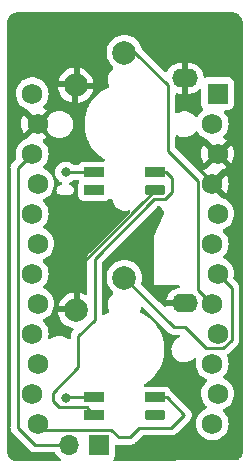
<source format=gbr>
%TF.GenerationSoftware,KiCad,Pcbnew,(7.0.0-0)*%
%TF.CreationDate,2023-02-20T11:28:14-08:00*%
%TF.ProjectId,choc_milk_keyboard,63686f63-5f6d-4696-9c6b-5f6b6579626f,rev?*%
%TF.SameCoordinates,Original*%
%TF.FileFunction,Copper,L2,Bot*%
%TF.FilePolarity,Positive*%
%FSLAX46Y46*%
G04 Gerber Fmt 4.6, Leading zero omitted, Abs format (unit mm)*
G04 Created by KiCad (PCBNEW (7.0.0-0)) date 2023-02-20 11:28:14*
%MOMM*%
%LPD*%
G01*
G04 APERTURE LIST*
G04 Aperture macros list*
%AMRoundRect*
0 Rectangle with rounded corners*
0 $1 Rounding radius*
0 $2 $3 $4 $5 $6 $7 $8 $9 X,Y pos of 4 corners*
0 Add a 4 corners polygon primitive as box body*
4,1,4,$2,$3,$4,$5,$6,$7,$8,$9,$2,$3,0*
0 Add four circle primitives for the rounded corners*
1,1,$1+$1,$2,$3*
1,1,$1+$1,$4,$5*
1,1,$1+$1,$6,$7*
1,1,$1+$1,$8,$9*
0 Add four rect primitives between the rounded corners*
20,1,$1+$1,$2,$3,$4,$5,0*
20,1,$1+$1,$4,$5,$6,$7,0*
20,1,$1+$1,$6,$7,$8,$9,0*
20,1,$1+$1,$8,$9,$2,$3,0*%
G04 Aperture macros list end*
%TA.AperFunction,ComponentPad*%
%ADD10C,2.000000*%
%TD*%
%TA.AperFunction,ComponentPad*%
%ADD11O,2.200000X1.600000*%
%TD*%
%TA.AperFunction,ComponentPad*%
%ADD12R,1.700000X1.700000*%
%TD*%
%TA.AperFunction,ComponentPad*%
%ADD13O,1.700000X1.700000*%
%TD*%
%TA.AperFunction,SMDPad,CuDef*%
%ADD14R,1.700000X0.820000*%
%TD*%
%TA.AperFunction,SMDPad,CuDef*%
%ADD15RoundRect,0.205000X-0.645000X-0.205000X0.645000X-0.205000X0.645000X0.205000X-0.645000X0.205000X0*%
%TD*%
%TA.AperFunction,ComponentPad*%
%ADD16R,1.752600X1.752600*%
%TD*%
%TA.AperFunction,ComponentPad*%
%ADD17C,1.752600*%
%TD*%
%TA.AperFunction,ViaPad*%
%ADD18C,0.800000*%
%TD*%
%TA.AperFunction,Conductor*%
%ADD19C,0.250000*%
%TD*%
G04 APERTURE END LIST*
D10*
%TO.P,SW1,1,1*%
%TO.N,Net-(U1-4{slash}D4)*%
X84963000Y-122474000D03*
D11*
%TO.P,SW1,2,2*%
%TO.N,GND*%
X90062999Y-124623999D03*
D10*
X80833000Y-125224000D03*
%TD*%
D12*
%TO.P,J1,1,Pin_1*%
%TO.N,GND*%
X82809999Y-136609999D03*
D13*
%TO.P,J1,2,Pin_2*%
%TO.N,Net-(J1-Pin_2)*%
X80269999Y-136609999D03*
%TD*%
D10*
%TO.P,SW2,1,1*%
%TO.N,Net-(U1-5{slash}C6)*%
X84963000Y-103424000D03*
D11*
%TO.P,SW2,2,2*%
%TO.N,GND*%
X90062999Y-105573999D03*
D10*
X80833000Y-106174000D03*
%TD*%
D14*
%TO.P,LED2,1,VDD*%
%TO.N,VCC*%
X82412999Y-113549999D03*
%TO.P,LED2,2,DOUT*%
%TO.N,unconnected-(LED2-DOUT-Pad2)*%
X82412999Y-115049999D03*
D15*
%TO.P,LED2,3,VSS*%
%TO.N,GND*%
X87513000Y-115050000D03*
D14*
%TO.P,LED2,4,DIN*%
%TO.N,Net-(LED1-DOUT)*%
X87512999Y-113549999D03*
%TD*%
%TO.P,LED1,1,VDD*%
%TO.N,VCC*%
X82412999Y-132599999D03*
%TO.P,LED1,2,DOUT*%
%TO.N,Net-(LED1-DOUT)*%
X82412999Y-134099999D03*
D15*
%TO.P,LED1,3,VSS*%
%TO.N,GND*%
X87513000Y-134100000D03*
D14*
%TO.P,LED1,4,DIN*%
%TO.N,Net-(LED1-DIN)*%
X87512999Y-132599999D03*
%TD*%
D16*
%TO.P,U1,1,TX0/D3*%
%TO.N,unconnected-(U1-TX0{slash}D3-Pad1)*%
X92848599Y-106883999D03*
D17*
%TO.P,U1,2,RX1/D2*%
%TO.N,unconnected-(U1-RX1{slash}D2-Pad2)*%
X92391400Y-109424000D03*
%TO.P,U1,3,GND*%
%TO.N,GND*%
X92848600Y-111964000D03*
%TO.P,U1,4,GND*%
X92391400Y-114504000D03*
%TO.P,U1,5,2/D1/SDA*%
%TO.N,unconnected-(U1-2{slash}D1{slash}SDA-Pad5)*%
X92848600Y-117044000D03*
%TO.P,U1,6,3/D0/SCL*%
%TO.N,unconnected-(U1-3{slash}D0{slash}SCL-Pad6)*%
X92391400Y-119584000D03*
%TO.P,U1,7,4/D4*%
%TO.N,Net-(U1-4{slash}D4)*%
X92848600Y-122124000D03*
%TO.P,U1,8,5/C6*%
%TO.N,Net-(U1-5{slash}C6)*%
X92391400Y-124664000D03*
%TO.P,U1,9,6/D7*%
%TO.N,unconnected-(U1-6{slash}D7-Pad9)*%
X92848600Y-127204000D03*
%TO.P,U1,10,7/E6*%
%TO.N,unconnected-(U1-7{slash}E6-Pad10)*%
X92391400Y-129744000D03*
%TO.P,U1,11,8/B4*%
%TO.N,unconnected-(U1-8{slash}B4-Pad11)*%
X92848600Y-132284000D03*
%TO.P,U1,12,9/B5*%
%TO.N,unconnected-(U1-9{slash}B5-Pad12)*%
X92391400Y-134824000D03*
%TO.P,U1,13,B6/10*%
%TO.N,Net-(LED1-DIN)*%
X77608600Y-134824000D03*
%TO.P,U1,14,B2/16*%
%TO.N,unconnected-(U1-B2{slash}16-Pad14)*%
X77151400Y-132284000D03*
%TO.P,U1,15,B3/14*%
%TO.N,unconnected-(U1-B3{slash}14-Pad15)*%
X77608600Y-129744000D03*
%TO.P,U1,16,B1/15*%
%TO.N,unconnected-(U1-B1{slash}15-Pad16)*%
X77151400Y-127204000D03*
%TO.P,U1,17,F7/A0*%
%TO.N,unconnected-(U1-F7{slash}A0-Pad17)*%
X77608600Y-124664000D03*
%TO.P,U1,18,F6/A1*%
%TO.N,unconnected-(U1-F6{slash}A1-Pad18)*%
X77151400Y-122124000D03*
%TO.P,U1,19,F5/A2*%
%TO.N,unconnected-(U1-F5{slash}A2-Pad19)*%
X77608600Y-119584000D03*
%TO.P,U1,20,F4/A3*%
%TO.N,unconnected-(U1-F4{slash}A3-Pad20)*%
X77151400Y-117044000D03*
%TO.P,U1,21,VCC*%
%TO.N,VCC*%
X77608600Y-114504000D03*
%TO.P,U1,22,RST*%
%TO.N,Net-(J1-Pin_2)*%
X77151400Y-111964000D03*
%TO.P,U1,23,GND*%
%TO.N,GND*%
X77608600Y-109424000D03*
%TO.P,U1,24,RAW*%
%TO.N,unconnected-(U1-RAW-Pad24)*%
X77151400Y-106884000D03*
%TD*%
D18*
%TO.N,GND*%
X87512998Y-134100000D03*
%TO.N,VCC*%
X80000000Y-132650000D03*
X80000000Y-113550000D03*
%TD*%
D19*
%TO.N,GND*%
X80833000Y-121806776D02*
X86469888Y-116169888D01*
X80833000Y-106199600D02*
X80833000Y-106174000D01*
X87513000Y-134100000D02*
X87512998Y-134100000D01*
X86469888Y-116169888D02*
X85539777Y-117100000D01*
X87513000Y-115126777D02*
X86469888Y-116169888D01*
X87513000Y-115050000D02*
X87513000Y-115126777D01*
X87513000Y-115050000D02*
X87513000Y-115137000D01*
X80833000Y-125224000D02*
X80833000Y-121806776D01*
%TO.N,VCC*%
X82413000Y-132600000D02*
X80050000Y-132600000D01*
X80000000Y-113550000D02*
X82413000Y-113550000D01*
X80050000Y-132600000D02*
X80000000Y-132650000D01*
%TO.N,Net-(J1-Pin_2)*%
X80420000Y-136610000D02*
X77360000Y-136610000D01*
X77360000Y-136610000D02*
X75950100Y-135200100D01*
X75950100Y-135200100D02*
X75950100Y-113165300D01*
X75950100Y-113165300D02*
X77151400Y-111964000D01*
%TO.N,Net-(LED1-DOUT)*%
X82413000Y-134100000D02*
X81763000Y-133450000D01*
X88510000Y-113550000D02*
X87513000Y-113550000D01*
X79450000Y-133450000D02*
X78875500Y-132875500D01*
X88412000Y-115785000D02*
X88950000Y-115247000D01*
X82440000Y-120840000D02*
X87495000Y-115785000D01*
X81763000Y-133450000D02*
X79450000Y-133450000D01*
X81050000Y-130050000D02*
X81050000Y-127400000D01*
X78875500Y-132875500D02*
X78875500Y-132224500D01*
X78875500Y-132224500D02*
X81050000Y-130050000D01*
X81050000Y-127400000D02*
X82440000Y-126010000D01*
X88950000Y-113990000D02*
X88510000Y-113550000D01*
X88950000Y-115247000D02*
X88950000Y-113990000D01*
X82440000Y-126010000D02*
X82440000Y-120840000D01*
X87495000Y-115785000D02*
X88412000Y-115785000D01*
%TO.N,Net-(LED1-DIN)*%
X84497010Y-135975000D02*
X85428990Y-135975000D01*
X86233990Y-135170000D02*
X88930000Y-135170000D01*
X85428990Y-135975000D02*
X86233990Y-135170000D01*
X88930000Y-135170000D02*
X90025000Y-134075000D01*
X77608600Y-134824000D02*
X78104600Y-135320000D01*
X88550000Y-132600000D02*
X87513000Y-132600000D01*
X78104600Y-135320000D02*
X83842010Y-135320000D01*
X90025000Y-134075000D02*
X88550000Y-132600000D01*
X83842010Y-135320000D02*
X84497010Y-135975000D01*
%TO.N,Net-(U1-4{slash}D4)*%
X90100000Y-126650000D02*
X91900000Y-128450000D01*
X89139000Y-126650000D02*
X90100000Y-126650000D01*
X92498600Y-122474000D02*
X92848600Y-122124000D01*
X94050000Y-123325400D02*
X92848600Y-122124000D01*
X91900000Y-128450000D02*
X93301495Y-128450000D01*
X84963000Y-122474000D02*
X89139000Y-126650000D01*
X93301495Y-128450000D02*
X94050000Y-127701495D01*
X94050000Y-127701495D02*
X94050000Y-123325400D01*
%TO.N,Net-(U1-5{slash}C6)*%
X85894000Y-103424000D02*
X88650000Y-106180000D01*
X88650000Y-106180000D02*
X88650000Y-111710000D01*
X91190100Y-123462700D02*
X92391400Y-124664000D01*
X84963000Y-103424000D02*
X85894000Y-103424000D01*
X88650000Y-111710000D02*
X91190100Y-114250100D01*
X91190100Y-114250100D02*
X91190100Y-123462700D01*
%TD*%
%TA.AperFunction,Conductor*%
%TO.N,GND*%
G36*
X94117163Y-100000725D02*
G01*
X94145598Y-100003525D01*
X94147330Y-100003708D01*
X94283081Y-100018991D01*
X94305536Y-100023621D01*
X94364914Y-100041633D01*
X94369873Y-100043252D01*
X94462918Y-100075810D01*
X94480685Y-100083612D01*
X94541266Y-100115994D01*
X94548905Y-100120428D01*
X94593719Y-100148586D01*
X94626884Y-100169426D01*
X94639770Y-100178705D01*
X94678153Y-100210206D01*
X94694470Y-100223598D01*
X94703630Y-100231900D01*
X94767707Y-100295978D01*
X94776011Y-100305140D01*
X94820905Y-100359844D01*
X94830193Y-100372742D01*
X94879167Y-100450686D01*
X94883601Y-100458326D01*
X94915994Y-100518930D01*
X94923799Y-100536704D01*
X94935550Y-100570290D01*
X94956329Y-100629678D01*
X94957973Y-100634713D01*
X94975982Y-100694081D01*
X94980615Y-100716552D01*
X94995208Y-100846088D01*
X94996000Y-100860193D01*
X94996000Y-137139422D01*
X94995208Y-137153530D01*
X94980601Y-137283165D01*
X94975967Y-137305635D01*
X94958115Y-137364482D01*
X94956471Y-137369518D01*
X94923758Y-137463009D01*
X94915950Y-137480791D01*
X94883736Y-137541059D01*
X94879301Y-137548700D01*
X94830108Y-137626989D01*
X94820820Y-137639886D01*
X94776129Y-137694342D01*
X94767825Y-137703503D01*
X94703503Y-137767825D01*
X94694342Y-137776129D01*
X94639886Y-137820820D01*
X94626989Y-137830108D01*
X94548700Y-137879301D01*
X94541059Y-137883736D01*
X94490581Y-137910717D01*
X94431988Y-137925592D01*
X84149521Y-137991084D01*
X84083013Y-137972599D01*
X84036225Y-137921845D01*
X84023202Y-137854055D01*
X84047851Y-137789577D01*
X84105045Y-137713176D01*
X84113594Y-137697519D01*
X84158740Y-137576478D01*
X84162337Y-137561257D01*
X84167640Y-137511938D01*
X84168000Y-137505223D01*
X84168000Y-136711132D01*
X84181288Y-136654811D01*
X84218350Y-136610369D01*
X84271368Y-136587181D01*
X84318637Y-136589598D01*
X84318862Y-136588181D01*
X84344551Y-136592249D01*
X84362535Y-136595097D01*
X84374135Y-136597498D01*
X84416980Y-136608500D01*
X84437234Y-136608500D01*
X84456944Y-136610050D01*
X84476953Y-136613220D01*
X84520971Y-136609058D01*
X84532829Y-136608500D01*
X85350223Y-136608500D01*
X85361406Y-136609027D01*
X85368899Y-136610702D01*
X85436975Y-136608562D01*
X85440935Y-136608500D01*
X85464884Y-136608500D01*
X85468846Y-136608500D01*
X85472846Y-136607994D01*
X85484689Y-136607061D01*
X85528879Y-136605673D01*
X85548323Y-136600023D01*
X85567692Y-136596012D01*
X85587787Y-136593474D01*
X85628905Y-136577193D01*
X85640107Y-136573357D01*
X85682583Y-136561018D01*
X85700029Y-136550699D01*
X85717759Y-136542013D01*
X85736607Y-136534552D01*
X85772377Y-136508561D01*
X85782288Y-136502051D01*
X85820352Y-136479542D01*
X85834678Y-136465215D01*
X85849707Y-136452378D01*
X85866097Y-136440472D01*
X85894288Y-136406393D01*
X85902258Y-136397634D01*
X86459490Y-135840404D01*
X86500368Y-135813091D01*
X86548586Y-135803500D01*
X88851233Y-135803500D01*
X88862416Y-135804027D01*
X88869909Y-135805702D01*
X88937985Y-135803562D01*
X88941945Y-135803500D01*
X88965894Y-135803500D01*
X88969856Y-135803500D01*
X88973856Y-135802994D01*
X88985699Y-135802061D01*
X89029889Y-135800673D01*
X89049333Y-135795023D01*
X89068702Y-135791012D01*
X89088797Y-135788474D01*
X89129915Y-135772193D01*
X89141117Y-135768357D01*
X89183593Y-135756018D01*
X89201039Y-135745699D01*
X89218769Y-135737013D01*
X89237617Y-135729552D01*
X89273387Y-135703561D01*
X89283298Y-135697051D01*
X89321362Y-135674542D01*
X89335688Y-135660215D01*
X89350717Y-135647378D01*
X89367107Y-135635472D01*
X89395294Y-135601397D01*
X89403272Y-135592630D01*
X90422190Y-134573713D01*
X90440460Y-134558600D01*
X90447271Y-134553972D01*
X90484420Y-134511833D01*
X90489809Y-134506094D01*
X90501135Y-134494770D01*
X90510932Y-134482138D01*
X90515983Y-134476033D01*
X90547876Y-134439858D01*
X90547876Y-134439857D01*
X90553120Y-134433910D01*
X90556854Y-134426579D01*
X90569570Y-134406542D01*
X90574614Y-134400041D01*
X90596920Y-134348493D01*
X90600277Y-134341356D01*
X90625785Y-134291296D01*
X90627581Y-134283260D01*
X90634912Y-134260699D01*
X90638181Y-134253145D01*
X90646966Y-134197667D01*
X90648448Y-134189904D01*
X90660702Y-134135091D01*
X90660443Y-134126871D01*
X90661935Y-134103165D01*
X90663220Y-134095057D01*
X90657932Y-134039125D01*
X90657436Y-134031236D01*
X90655673Y-133975111D01*
X90653375Y-133967202D01*
X90648932Y-133943906D01*
X90648927Y-133943854D01*
X90648157Y-133935708D01*
X90629129Y-133882856D01*
X90626684Y-133875330D01*
X90621364Y-133857018D01*
X90611018Y-133821407D01*
X90606828Y-133814323D01*
X90596727Y-133792856D01*
X90593939Y-133785111D01*
X90562369Y-133738657D01*
X90558128Y-133731975D01*
X90533575Y-133690458D01*
X90529542Y-133683638D01*
X90523721Y-133677817D01*
X90508604Y-133659544D01*
X90508431Y-133659289D01*
X90508427Y-133659284D01*
X90503972Y-133652729D01*
X90461836Y-133615581D01*
X90456067Y-133610163D01*
X89053646Y-132207741D01*
X89046112Y-132199463D01*
X89042000Y-132192982D01*
X88992347Y-132146355D01*
X88989505Y-132143600D01*
X88972574Y-132126669D01*
X88969770Y-132123865D01*
X88966575Y-132121386D01*
X88957554Y-132113682D01*
X88931097Y-132088838D01*
X88925321Y-132083414D01*
X88918377Y-132079596D01*
X88918371Y-132079592D01*
X88907566Y-132073652D01*
X88891047Y-132062801D01*
X88875041Y-132050386D01*
X88875040Y-132050385D01*
X88875879Y-132049303D01*
X88853999Y-132030720D01*
X88832573Y-131993890D01*
X88817038Y-131952238D01*
X88817037Y-131952236D01*
X88813889Y-131943796D01*
X88781804Y-131900936D01*
X88731659Y-131833950D01*
X88726261Y-131826739D01*
X88687669Y-131797849D01*
X88616417Y-131744510D01*
X88616414Y-131744508D01*
X88609204Y-131739111D01*
X88600766Y-131735964D01*
X88600763Y-131735962D01*
X88479580Y-131690763D01*
X88479578Y-131690762D01*
X88472201Y-131688011D01*
X88464373Y-131687169D01*
X88464367Y-131687168D01*
X88414988Y-131681860D01*
X88414985Y-131681859D01*
X88411638Y-131681500D01*
X86720299Y-131681500D01*
X86656512Y-131664161D01*
X86610281Y-131616917D01*
X86594329Y-131552770D01*
X86613045Y-131489374D01*
X86661280Y-131444177D01*
X86678805Y-131434886D01*
X86705808Y-131420570D01*
X87008766Y-131215159D01*
X87287739Y-130978197D01*
X87539457Y-130712462D01*
X87760968Y-130421069D01*
X87949675Y-130107435D01*
X88103367Y-129775236D01*
X88220240Y-129428368D01*
X88298926Y-129070897D01*
X88338500Y-128707014D01*
X88338500Y-128340986D01*
X88298926Y-127977103D01*
X88220240Y-127619632D01*
X88103367Y-127272764D01*
X87949675Y-126940565D01*
X87760968Y-126626931D01*
X87539457Y-126335538D01*
X87407617Y-126196356D01*
X87290084Y-126072278D01*
X87290078Y-126072272D01*
X87287739Y-126069803D01*
X87008766Y-125832841D01*
X86806959Y-125696012D01*
X86708627Y-125629341D01*
X86708622Y-125629338D01*
X86705808Y-125627430D01*
X86702806Y-125625838D01*
X86702797Y-125625833D01*
X86385436Y-125457579D01*
X86385427Y-125457575D01*
X86382417Y-125455979D01*
X86379251Y-125454717D01*
X86379237Y-125454711D01*
X86358109Y-125446293D01*
X86308003Y-125409965D01*
X86281238Y-125354162D01*
X86284271Y-125292351D01*
X86337016Y-125120123D01*
X86347124Y-125041187D01*
X86374490Y-124977522D01*
X86431389Y-124937955D01*
X86500605Y-124934462D01*
X86561196Y-124968100D01*
X87604121Y-126011026D01*
X88635347Y-127042252D01*
X88642886Y-127050535D01*
X88647000Y-127057018D01*
X88652782Y-127062447D01*
X88652784Y-127062450D01*
X88696649Y-127103642D01*
X88699491Y-127106396D01*
X88719230Y-127126135D01*
X88722360Y-127128563D01*
X88722432Y-127128619D01*
X88731440Y-127136313D01*
X88763679Y-127166586D01*
X88770627Y-127170405D01*
X88770629Y-127170407D01*
X88781426Y-127176343D01*
X88797950Y-127187197D01*
X88807694Y-127194755D01*
X88807697Y-127194757D01*
X88813959Y-127199614D01*
X88821232Y-127202761D01*
X88854535Y-127217172D01*
X88865200Y-127222397D01*
X88903940Y-127243695D01*
X88923560Y-127248732D01*
X88942252Y-127255130D01*
X88960855Y-127263181D01*
X89004525Y-127270097D01*
X89016125Y-127272498D01*
X89058970Y-127283500D01*
X89079224Y-127283500D01*
X89098934Y-127285050D01*
X89118943Y-127288220D01*
X89162961Y-127284058D01*
X89174819Y-127283500D01*
X89528206Y-127283500D01*
X89592242Y-127300986D01*
X89638505Y-127348589D01*
X89654155Y-127413098D01*
X89634847Y-127476609D01*
X89585942Y-127521492D01*
X89551953Y-127539014D01*
X89450659Y-127591235D01*
X89450654Y-127591237D01*
X89445318Y-127593989D01*
X89440598Y-127597700D01*
X89440593Y-127597704D01*
X89293145Y-127713660D01*
X89280114Y-127723908D01*
X89276185Y-127728442D01*
X89276179Y-127728448D01*
X89146413Y-127878205D01*
X89146407Y-127878212D01*
X89142481Y-127882744D01*
X89139483Y-127887936D01*
X89139477Y-127887945D01*
X89040398Y-128059555D01*
X89040394Y-128059561D01*
X89037396Y-128064756D01*
X89035434Y-128070423D01*
X89035432Y-128070429D01*
X88992839Y-128193495D01*
X88968656Y-128263367D01*
X88967802Y-128269304D01*
X88967802Y-128269306D01*
X88953716Y-128367281D01*
X88938746Y-128471398D01*
X88948746Y-128681330D01*
X88950161Y-128687163D01*
X88950162Y-128687169D01*
X88955801Y-128710412D01*
X88998296Y-128885576D01*
X89000790Y-128891037D01*
X89082929Y-129070897D01*
X89085604Y-129076753D01*
X89207514Y-129247952D01*
X89359622Y-129392986D01*
X89536428Y-129506613D01*
X89731543Y-129584725D01*
X89937915Y-129624500D01*
X90092424Y-129624500D01*
X90095425Y-129624500D01*
X90252218Y-129609528D01*
X90453875Y-129550316D01*
X90640682Y-129454011D01*
X90805886Y-129324092D01*
X90830243Y-129295981D01*
X90885630Y-129258957D01*
X90952156Y-129255352D01*
X91011221Y-129286176D01*
X91046310Y-129342811D01*
X91047613Y-129409423D01*
X91022085Y-129510234D01*
X91022083Y-129510243D01*
X91020806Y-129515288D01*
X91020376Y-129520470D01*
X91020375Y-129520480D01*
X91008967Y-129658162D01*
X91001854Y-129744000D01*
X91002284Y-129749189D01*
X91020375Y-129967519D01*
X91020376Y-129967527D01*
X91020806Y-129972712D01*
X91022082Y-129977752D01*
X91022084Y-129977762D01*
X91074434Y-130184489D01*
X91077143Y-130195185D01*
X91079233Y-130199951D01*
X91079235Y-130199955D01*
X91156036Y-130375041D01*
X91169331Y-130405351D01*
X91294853Y-130597477D01*
X91298381Y-130601309D01*
X91446756Y-130762488D01*
X91446759Y-130762491D01*
X91450286Y-130766322D01*
X91631390Y-130907281D01*
X91833226Y-131016509D01*
X91883125Y-131033639D01*
X91938360Y-131071376D01*
X91966495Y-131132068D01*
X91959597Y-131198607D01*
X91919612Y-131252238D01*
X91911604Y-131258471D01*
X91911591Y-131258482D01*
X91907486Y-131261678D01*
X91903965Y-131265502D01*
X91903956Y-131265511D01*
X91755581Y-131426690D01*
X91755578Y-131426693D01*
X91752053Y-131430523D01*
X91749205Y-131434881D01*
X91749202Y-131434886D01*
X91629383Y-131618283D01*
X91626531Y-131622649D01*
X91624438Y-131627419D01*
X91624436Y-131627424D01*
X91536435Y-131828044D01*
X91536432Y-131828052D01*
X91534343Y-131832815D01*
X91533066Y-131837854D01*
X91533065Y-131837860D01*
X91479284Y-132050237D01*
X91479281Y-132050249D01*
X91478006Y-132055288D01*
X91477576Y-132060470D01*
X91477575Y-132060480D01*
X91467046Y-132187553D01*
X91459054Y-132284000D01*
X91459484Y-132289189D01*
X91477575Y-132507519D01*
X91477576Y-132507527D01*
X91478006Y-132512712D01*
X91479282Y-132517752D01*
X91479284Y-132517762D01*
X91503415Y-132613053D01*
X91534343Y-132735185D01*
X91536433Y-132739951D01*
X91536435Y-132739955D01*
X91584925Y-132850500D01*
X91626531Y-132945351D01*
X91752053Y-133137477D01*
X91817223Y-133208271D01*
X91903956Y-133302488D01*
X91903957Y-133302489D01*
X91907486Y-133306322D01*
X91911599Y-133309523D01*
X91911601Y-133309525D01*
X91919607Y-133315757D01*
X91959595Y-133369387D01*
X91966495Y-133435927D01*
X91938363Y-133496621D01*
X91883127Y-133534360D01*
X91838154Y-133549799D01*
X91838151Y-133549800D01*
X91833226Y-133551491D01*
X91828647Y-133553968D01*
X91828640Y-133553972D01*
X91635972Y-133658239D01*
X91635968Y-133658241D01*
X91631390Y-133660719D01*
X91627284Y-133663914D01*
X91627279Y-133663918D01*
X91461627Y-133792851D01*
X91450286Y-133801678D01*
X91446765Y-133805502D01*
X91446756Y-133805511D01*
X91298381Y-133966690D01*
X91298378Y-133966693D01*
X91294853Y-133970523D01*
X91292005Y-133974881D01*
X91292002Y-133974886D01*
X91172934Y-134157134D01*
X91169331Y-134162649D01*
X91167238Y-134167419D01*
X91167236Y-134167424D01*
X91079235Y-134368044D01*
X91079232Y-134368052D01*
X91077143Y-134372815D01*
X91075866Y-134377854D01*
X91075865Y-134377860D01*
X91022084Y-134590237D01*
X91022081Y-134590249D01*
X91020806Y-134595288D01*
X91020376Y-134600470D01*
X91020375Y-134600480D01*
X91012318Y-134697715D01*
X91001854Y-134824000D01*
X91002284Y-134829189D01*
X91020375Y-135047519D01*
X91020376Y-135047527D01*
X91020806Y-135052712D01*
X91022082Y-135057752D01*
X91022084Y-135057762D01*
X91072233Y-135255797D01*
X91077143Y-135275185D01*
X91079233Y-135279951D01*
X91079235Y-135279955D01*
X91105044Y-135338793D01*
X91169331Y-135485351D01*
X91294853Y-135677477D01*
X91345474Y-135732466D01*
X91446756Y-135842488D01*
X91446759Y-135842491D01*
X91450286Y-135846322D01*
X91631390Y-135987281D01*
X91833226Y-136096509D01*
X91838155Y-136098201D01*
X91838157Y-136098202D01*
X91934150Y-136131156D01*
X92050287Y-136171026D01*
X92276652Y-136208800D01*
X92500940Y-136208800D01*
X92506148Y-136208800D01*
X92732513Y-136171026D01*
X92949574Y-136096509D01*
X93151410Y-135987281D01*
X93332514Y-135846322D01*
X93487947Y-135677477D01*
X93613469Y-135485351D01*
X93705657Y-135275185D01*
X93761994Y-135052712D01*
X93780946Y-134824000D01*
X93761994Y-134595288D01*
X93705657Y-134372815D01*
X93613469Y-134162649D01*
X93487947Y-133970523D01*
X93377940Y-133851024D01*
X93336043Y-133805511D01*
X93336039Y-133805508D01*
X93332514Y-133801678D01*
X93328401Y-133798477D01*
X93328396Y-133798472D01*
X93320391Y-133792241D01*
X93280403Y-133738611D01*
X93273504Y-133672070D01*
X93301638Y-133611376D01*
X93356871Y-133573640D01*
X93406774Y-133556509D01*
X93608610Y-133447281D01*
X93789714Y-133306322D01*
X93945147Y-133137477D01*
X94070669Y-132945351D01*
X94162857Y-132735185D01*
X94219194Y-132512712D01*
X94238146Y-132284000D01*
X94219194Y-132055288D01*
X94162857Y-131832815D01*
X94070669Y-131622649D01*
X93945147Y-131430523D01*
X93789714Y-131261678D01*
X93608610Y-131120719D01*
X93419177Y-131018203D01*
X93411359Y-131013972D01*
X93411356Y-131013970D01*
X93406774Y-131011491D01*
X93401850Y-131009800D01*
X93401842Y-131009797D01*
X93356873Y-130994360D01*
X93301636Y-130956620D01*
X93273503Y-130895925D01*
X93280405Y-130829383D01*
X93320396Y-130775754D01*
X93321784Y-130774672D01*
X93332514Y-130766322D01*
X93487947Y-130597477D01*
X93613469Y-130405351D01*
X93705657Y-130195185D01*
X93761994Y-129972712D01*
X93780946Y-129744000D01*
X93761994Y-129515288D01*
X93758975Y-129503368D01*
X93740994Y-129432359D01*
X93705657Y-129292815D01*
X93630047Y-129120444D01*
X93619744Y-129061017D01*
X93638242Y-129003608D01*
X93681303Y-128961375D01*
X93682575Y-128960622D01*
X93692857Y-128954542D01*
X93707183Y-128940215D01*
X93722212Y-128927378D01*
X93738602Y-128915472D01*
X93766789Y-128881397D01*
X93774767Y-128872630D01*
X94442266Y-128205131D01*
X94450531Y-128197609D01*
X94457018Y-128193495D01*
X94503661Y-128143823D01*
X94506353Y-128141045D01*
X94526135Y-128121265D01*
X94528613Y-128118069D01*
X94536308Y-128109058D01*
X94566586Y-128076816D01*
X94576348Y-128059057D01*
X94587195Y-128042545D01*
X94599614Y-128026536D01*
X94617179Y-127985941D01*
X94622388Y-127975309D01*
X94643695Y-127936555D01*
X94648733Y-127916929D01*
X94655134Y-127898232D01*
X94663181Y-127879640D01*
X94670096Y-127835972D01*
X94672504Y-127824348D01*
X94681529Y-127789200D01*
X94683500Y-127781525D01*
X94683500Y-127761271D01*
X94685051Y-127741560D01*
X94686980Y-127729380D01*
X94688220Y-127721552D01*
X94684058Y-127677533D01*
X94683500Y-127665676D01*
X94683500Y-123404167D01*
X94684027Y-123392983D01*
X94685702Y-123385491D01*
X94683562Y-123317414D01*
X94683500Y-123313455D01*
X94683500Y-123289508D01*
X94683500Y-123285544D01*
X94682994Y-123281547D01*
X94682061Y-123269697D01*
X94680673Y-123225510D01*
X94675020Y-123206056D01*
X94671012Y-123186697D01*
X94668474Y-123166603D01*
X94652197Y-123125493D01*
X94648351Y-123114260D01*
X94636018Y-123071807D01*
X94625707Y-123054373D01*
X94617008Y-123036615D01*
X94612469Y-123025151D01*
X94609552Y-123017783D01*
X94583561Y-122982010D01*
X94577050Y-122972098D01*
X94561715Y-122946167D01*
X94554542Y-122934037D01*
X94540217Y-122919712D01*
X94527376Y-122904677D01*
X94520134Y-122894709D01*
X94520131Y-122894706D01*
X94515472Y-122888293D01*
X94481405Y-122860110D01*
X94472626Y-122852121D01*
X94220114Y-122599609D01*
X94187730Y-122543963D01*
X94187065Y-122479587D01*
X94219194Y-122352712D01*
X94238146Y-122124000D01*
X94219194Y-121895288D01*
X94162857Y-121672815D01*
X94070669Y-121462649D01*
X93945147Y-121270523D01*
X93789714Y-121101678D01*
X93608610Y-120960719D01*
X93517432Y-120911376D01*
X93411359Y-120853972D01*
X93411356Y-120853970D01*
X93406774Y-120851491D01*
X93401850Y-120849800D01*
X93401842Y-120849797D01*
X93356873Y-120834360D01*
X93301636Y-120796620D01*
X93273503Y-120735925D01*
X93280405Y-120669383D01*
X93320396Y-120615754D01*
X93324417Y-120612624D01*
X93332514Y-120606322D01*
X93487947Y-120437477D01*
X93613469Y-120245351D01*
X93705657Y-120035185D01*
X93761994Y-119812712D01*
X93780946Y-119584000D01*
X93761994Y-119355288D01*
X93705657Y-119132815D01*
X93613469Y-118922649D01*
X93487947Y-118730523D01*
X93332514Y-118561678D01*
X93328401Y-118558477D01*
X93328396Y-118558472D01*
X93320391Y-118552241D01*
X93280403Y-118498611D01*
X93273504Y-118432070D01*
X93301638Y-118371376D01*
X93356871Y-118333640D01*
X93406774Y-118316509D01*
X93608610Y-118207281D01*
X93789714Y-118066322D01*
X93945147Y-117897477D01*
X94070669Y-117705351D01*
X94162857Y-117495185D01*
X94219194Y-117272712D01*
X94238146Y-117044000D01*
X94219194Y-116815288D01*
X94162857Y-116592815D01*
X94070669Y-116382649D01*
X93945147Y-116190523D01*
X93845488Y-116082265D01*
X93793243Y-116025511D01*
X93793239Y-116025508D01*
X93789714Y-116021678D01*
X93608610Y-115880719D01*
X93485934Y-115814330D01*
X93411359Y-115773972D01*
X93411356Y-115773970D01*
X93406774Y-115771491D01*
X93401850Y-115769800D01*
X93401842Y-115769797D01*
X93245058Y-115715974D01*
X93204868Y-115693229D01*
X93175572Y-115657532D01*
X93163160Y-115634970D01*
X92032189Y-114503999D01*
X92755567Y-114503999D01*
X92762339Y-114515729D01*
X93523540Y-115276930D01*
X93533072Y-115282949D01*
X93541167Y-115275101D01*
X93610178Y-115169473D01*
X93615121Y-115160338D01*
X93703089Y-114959792D01*
X93706459Y-114949976D01*
X93760220Y-114737679D01*
X93761929Y-114727436D01*
X93780014Y-114509189D01*
X93780014Y-114498811D01*
X93761929Y-114280563D01*
X93760220Y-114270320D01*
X93706459Y-114058023D01*
X93703089Y-114048207D01*
X93615121Y-113847661D01*
X93610178Y-113838526D01*
X93541167Y-113732897D01*
X93533072Y-113725049D01*
X93523540Y-113731068D01*
X92762338Y-114492271D01*
X92755567Y-114503999D01*
X92032189Y-114503999D01*
X91860669Y-114332479D01*
X91834124Y-114293418D01*
X91823826Y-114247327D01*
X91823662Y-114242089D01*
X91823600Y-114238146D01*
X91823600Y-114214209D01*
X91823600Y-114210244D01*
X91823095Y-114206252D01*
X91822162Y-114194405D01*
X91822162Y-114194392D01*
X91820774Y-114150211D01*
X91815119Y-114130747D01*
X91811113Y-114111401D01*
X91808574Y-114091303D01*
X91792299Y-114050198D01*
X91788453Y-114038965D01*
X91778329Y-114004118D01*
X91776118Y-113996507D01*
X91772082Y-113989682D01*
X91765808Y-113979073D01*
X91757107Y-113961313D01*
X91752685Y-113950144D01*
X91749652Y-113942483D01*
X91723665Y-113906716D01*
X91717147Y-113896793D01*
X91698678Y-113865563D01*
X91694642Y-113858738D01*
X91680317Y-113844413D01*
X91667482Y-113829386D01*
X91655572Y-113812993D01*
X91649467Y-113807942D01*
X91649460Y-113807935D01*
X91621494Y-113784800D01*
X91612715Y-113776811D01*
X91196628Y-113360724D01*
X91612869Y-113360724D01*
X91619638Y-113373028D01*
X92379670Y-114133060D01*
X92391399Y-114139832D01*
X92403130Y-114133059D01*
X93163162Y-113373026D01*
X93175929Y-113349818D01*
X93205225Y-113314119D01*
X93245416Y-113291374D01*
X93401641Y-113237742D01*
X93411158Y-113233567D01*
X93603753Y-113129340D01*
X93612448Y-113123659D01*
X93618891Y-113118644D01*
X93627128Y-113107273D01*
X93620360Y-113094970D01*
X92860329Y-112334939D01*
X92848599Y-112328167D01*
X92836871Y-112334938D01*
X92076837Y-113094971D01*
X92064068Y-113118184D01*
X92034772Y-113153880D01*
X91994583Y-113176625D01*
X91838355Y-113230259D01*
X91828841Y-113234432D01*
X91636243Y-113338661D01*
X91627557Y-113344335D01*
X91621104Y-113349357D01*
X91612869Y-113360724D01*
X91196628Y-113360724D01*
X89805094Y-111969189D01*
X91459986Y-111969189D01*
X91478070Y-112187436D01*
X91479779Y-112197679D01*
X91533540Y-112409976D01*
X91536910Y-112419792D01*
X91624878Y-112620338D01*
X91629821Y-112629473D01*
X91698834Y-112735105D01*
X91706925Y-112742949D01*
X91716459Y-112736929D01*
X92477659Y-111975730D01*
X92484432Y-111963999D01*
X93212767Y-111963999D01*
X93219539Y-111975729D01*
X93980740Y-112736930D01*
X93990272Y-112742949D01*
X93998367Y-112735101D01*
X94067378Y-112629473D01*
X94072321Y-112620338D01*
X94160289Y-112419792D01*
X94163659Y-112409976D01*
X94217420Y-112197679D01*
X94219129Y-112187436D01*
X94237214Y-111969189D01*
X94237214Y-111958811D01*
X94219129Y-111740563D01*
X94217420Y-111730320D01*
X94163659Y-111518023D01*
X94160289Y-111508207D01*
X94072321Y-111307661D01*
X94067378Y-111298526D01*
X93998367Y-111192897D01*
X93990272Y-111185049D01*
X93980740Y-111191068D01*
X93219538Y-111952271D01*
X93212767Y-111963999D01*
X92484432Y-111963999D01*
X92477660Y-111952270D01*
X91716460Y-111191070D01*
X91706926Y-111185049D01*
X91698832Y-111192896D01*
X91629824Y-111298522D01*
X91624877Y-111307663D01*
X91536910Y-111508207D01*
X91533540Y-111518023D01*
X91479779Y-111730320D01*
X91478070Y-111740563D01*
X91459986Y-111958811D01*
X91459986Y-111969189D01*
X89805094Y-111969189D01*
X89320405Y-111484500D01*
X89293091Y-111443623D01*
X89283500Y-111395405D01*
X89283500Y-110524818D01*
X89301138Y-110460524D01*
X89349115Y-110414230D01*
X89413997Y-110398898D01*
X89477621Y-110418820D01*
X89536428Y-110456613D01*
X89731543Y-110534725D01*
X89937915Y-110574500D01*
X90092424Y-110574500D01*
X90095425Y-110574500D01*
X90252218Y-110559528D01*
X90453875Y-110500316D01*
X90640682Y-110404011D01*
X90805886Y-110274092D01*
X90943519Y-110115256D01*
X90956130Y-110093412D01*
X91000748Y-110048172D01*
X91061774Y-110030459D01*
X91123685Y-110044781D01*
X91170731Y-110087494D01*
X91294853Y-110277477D01*
X91298381Y-110281309D01*
X91446756Y-110442488D01*
X91446759Y-110442491D01*
X91450286Y-110446322D01*
X91631390Y-110587281D01*
X91833226Y-110696509D01*
X91838155Y-110698201D01*
X91838157Y-110698202D01*
X91870396Y-110709269D01*
X91994944Y-110752026D01*
X92035131Y-110774769D01*
X92064427Y-110810467D01*
X92076838Y-110833028D01*
X92836870Y-111593060D01*
X92848599Y-111599832D01*
X92860330Y-111593059D01*
X93620363Y-110833025D01*
X93627129Y-110820725D01*
X93618892Y-110809355D01*
X93612445Y-110804338D01*
X93603754Y-110798660D01*
X93411158Y-110694432D01*
X93401641Y-110690257D01*
X93356401Y-110674727D01*
X93301164Y-110636987D01*
X93273031Y-110576291D01*
X93279934Y-110509749D01*
X93319924Y-110456120D01*
X93332514Y-110446322D01*
X93487947Y-110277477D01*
X93613469Y-110085351D01*
X93705657Y-109875185D01*
X93761994Y-109652712D01*
X93780946Y-109424000D01*
X93761994Y-109195288D01*
X93705657Y-108972815D01*
X93613469Y-108762649D01*
X93487947Y-108570523D01*
X93484418Y-108566689D01*
X93484413Y-108566683D01*
X93404742Y-108480137D01*
X93376388Y-108429753D01*
X93373521Y-108372009D01*
X93396745Y-108319064D01*
X93441170Y-108282064D01*
X93497443Y-108268800D01*
X93770169Y-108268800D01*
X93773538Y-108268800D01*
X93834101Y-108262289D01*
X93971104Y-108211189D01*
X94088161Y-108123561D01*
X94175789Y-108006504D01*
X94226889Y-107869501D01*
X94233400Y-107808938D01*
X94233400Y-105959062D01*
X94226889Y-105898499D01*
X94175789Y-105761496D01*
X94147658Y-105723918D01*
X94093559Y-105651650D01*
X94088161Y-105644439D01*
X94022744Y-105595468D01*
X93978317Y-105562210D01*
X93978314Y-105562208D01*
X93971104Y-105556811D01*
X93962666Y-105553664D01*
X93962663Y-105553662D01*
X93841480Y-105508463D01*
X93841478Y-105508462D01*
X93834101Y-105505711D01*
X93826273Y-105504869D01*
X93826267Y-105504868D01*
X93776888Y-105499560D01*
X93776885Y-105499559D01*
X93773538Y-105499200D01*
X91923662Y-105499200D01*
X91920315Y-105499559D01*
X91920311Y-105499560D01*
X91870932Y-105504868D01*
X91870925Y-105504869D01*
X91863099Y-105505711D01*
X91855721Y-105508462D01*
X91855716Y-105508464D01*
X91831246Y-105517591D01*
X91774242Y-105524865D01*
X91719936Y-105506070D01*
X91679625Y-105465113D01*
X91661693Y-105410516D01*
X91656528Y-105351480D01*
X91654625Y-105340687D01*
X91598235Y-105130238D01*
X91594489Y-105119946D01*
X91502413Y-104922489D01*
X91496931Y-104912993D01*
X91371971Y-104734533D01*
X91364915Y-104726124D01*
X91210875Y-104572084D01*
X91202466Y-104565028D01*
X91024006Y-104440068D01*
X91014510Y-104434586D01*
X90817053Y-104342510D01*
X90806761Y-104338764D01*
X90596312Y-104282374D01*
X90585519Y-104280471D01*
X90422829Y-104266238D01*
X90417365Y-104266000D01*
X90333590Y-104266000D01*
X90320506Y-104269506D01*
X90317000Y-104282590D01*
X90317000Y-106865410D01*
X90320506Y-106878493D01*
X90333590Y-106882000D01*
X90417365Y-106882000D01*
X90422829Y-106881761D01*
X90585519Y-106867528D01*
X90596312Y-106865625D01*
X90806761Y-106809235D01*
X90817053Y-106805489D01*
X91014510Y-106713413D01*
X91024006Y-106707931D01*
X91202466Y-106582971D01*
X91210875Y-106575915D01*
X91248705Y-106538086D01*
X91298864Y-106507348D01*
X91357511Y-106502732D01*
X91411861Y-106525245D01*
X91450067Y-106569978D01*
X91463800Y-106627181D01*
X91463800Y-107808938D01*
X91464159Y-107812285D01*
X91464160Y-107812288D01*
X91469468Y-107861667D01*
X91469469Y-107861673D01*
X91470311Y-107869501D01*
X91473062Y-107876878D01*
X91473063Y-107876880D01*
X91518262Y-107998063D01*
X91518264Y-107998066D01*
X91521411Y-108006504D01*
X91526808Y-108013714D01*
X91526810Y-108013717D01*
X91608039Y-108122225D01*
X91632184Y-108181992D01*
X91623610Y-108245879D01*
X91584562Y-108297165D01*
X91454404Y-108398471D01*
X91454391Y-108398482D01*
X91450286Y-108401678D01*
X91446765Y-108405502D01*
X91446756Y-108405511D01*
X91298381Y-108566690D01*
X91298378Y-108566693D01*
X91294853Y-108570523D01*
X91292005Y-108574881D01*
X91292002Y-108574886D01*
X91174370Y-108754936D01*
X91169331Y-108762649D01*
X91167132Y-108767663D01*
X91151093Y-108804227D01*
X91109945Y-108855419D01*
X91048625Y-108878948D01*
X90983794Y-108868421D01*
X90933069Y-108826699D01*
X90898175Y-108777698D01*
X90878486Y-108750048D01*
X90862482Y-108734788D01*
X90730716Y-108609150D01*
X90730714Y-108609148D01*
X90726378Y-108605014D01*
X90721336Y-108601774D01*
X90721334Y-108601772D01*
X90554620Y-108494631D01*
X90554618Y-108494630D01*
X90549572Y-108491387D01*
X90543702Y-108489037D01*
X90360029Y-108415505D01*
X90360022Y-108415503D01*
X90354457Y-108413275D01*
X90348569Y-108412140D01*
X90348565Y-108412139D01*
X90153973Y-108374634D01*
X90153964Y-108374633D01*
X90148085Y-108373500D01*
X89990575Y-108373500D01*
X89987597Y-108373784D01*
X89987583Y-108373785D01*
X89839757Y-108387901D01*
X89839752Y-108387901D01*
X89833782Y-108388472D01*
X89828032Y-108390160D01*
X89828023Y-108390162D01*
X89637889Y-108445991D01*
X89637884Y-108445992D01*
X89632125Y-108447684D01*
X89626787Y-108450435D01*
X89626784Y-108450437D01*
X89551911Y-108489037D01*
X89467234Y-108532690D01*
X89405003Y-108546617D01*
X89343921Y-108528286D01*
X89299639Y-108482394D01*
X89283500Y-108420697D01*
X89283500Y-106963866D01*
X89296494Y-106908138D01*
X89332796Y-106863903D01*
X89384919Y-106840287D01*
X89442111Y-106842159D01*
X89529687Y-106865625D01*
X89540480Y-106867528D01*
X89703170Y-106881761D01*
X89708635Y-106882000D01*
X89792410Y-106882000D01*
X89805493Y-106878493D01*
X89809000Y-106865410D01*
X89809000Y-104282590D01*
X89805493Y-104269506D01*
X89792410Y-104266000D01*
X89708635Y-104266000D01*
X89703170Y-104266238D01*
X89540480Y-104280471D01*
X89529687Y-104282374D01*
X89319238Y-104338764D01*
X89308946Y-104342510D01*
X89111489Y-104434586D01*
X89101993Y-104440068D01*
X88923533Y-104565028D01*
X88915124Y-104572084D01*
X88761084Y-104726124D01*
X88754028Y-104734533D01*
X88629068Y-104912993D01*
X88623583Y-104922494D01*
X88593037Y-104988000D01*
X88555546Y-105034712D01*
X88500722Y-105058835D01*
X88440954Y-105054917D01*
X88389748Y-105023844D01*
X87708414Y-104342510D01*
X86452441Y-103086536D01*
X86419017Y-103026853D01*
X86403260Y-102961218D01*
X86402105Y-102956406D01*
X86400210Y-102951832D01*
X86386233Y-102918088D01*
X86311240Y-102737037D01*
X86187176Y-102534584D01*
X86032969Y-102354031D01*
X86029213Y-102350823D01*
X85856175Y-102203034D01*
X85856171Y-102203031D01*
X85852416Y-102199824D01*
X85649963Y-102075760D01*
X85430594Y-101984895D01*
X85425786Y-101983740D01*
X85425781Y-101983739D01*
X85204523Y-101930620D01*
X85204519Y-101930619D01*
X85199711Y-101929465D01*
X85194785Y-101929077D01*
X85194777Y-101929076D01*
X84967930Y-101911223D01*
X84963000Y-101910835D01*
X84958070Y-101911223D01*
X84731222Y-101929076D01*
X84731212Y-101929077D01*
X84726289Y-101929465D01*
X84721482Y-101930619D01*
X84721476Y-101930620D01*
X84500218Y-101983739D01*
X84500209Y-101983741D01*
X84495406Y-101984895D01*
X84490838Y-101986786D01*
X84490832Y-101986789D01*
X84280611Y-102073865D01*
X84280606Y-102073867D01*
X84276037Y-102075760D01*
X84271817Y-102078345D01*
X84271817Y-102078346D01*
X84077798Y-102197241D01*
X84077792Y-102197245D01*
X84073584Y-102199824D01*
X84069834Y-102203026D01*
X84069824Y-102203034D01*
X83896786Y-102350823D01*
X83896779Y-102350829D01*
X83893031Y-102354031D01*
X83889829Y-102357779D01*
X83889823Y-102357786D01*
X83742034Y-102530824D01*
X83742026Y-102530834D01*
X83738824Y-102534584D01*
X83736245Y-102538792D01*
X83736241Y-102538798D01*
X83617346Y-102732817D01*
X83614760Y-102737037D01*
X83612867Y-102741606D01*
X83612865Y-102741611D01*
X83525789Y-102951832D01*
X83525786Y-102951838D01*
X83523895Y-102956406D01*
X83522741Y-102961209D01*
X83522739Y-102961218D01*
X83469620Y-103182476D01*
X83468465Y-103187289D01*
X83468077Y-103192212D01*
X83468076Y-103192222D01*
X83450223Y-103419070D01*
X83449835Y-103424000D01*
X83450223Y-103428930D01*
X83468076Y-103655777D01*
X83468077Y-103655785D01*
X83468465Y-103660711D01*
X83469619Y-103665519D01*
X83469620Y-103665523D01*
X83522739Y-103886781D01*
X83522740Y-103886786D01*
X83523895Y-103891594D01*
X83614760Y-104110963D01*
X83738824Y-104313416D01*
X83742031Y-104317171D01*
X83742034Y-104317175D01*
X83842313Y-104434586D01*
X83893031Y-104493969D01*
X83896786Y-104497176D01*
X83988884Y-104575836D01*
X84027159Y-104633560D01*
X84029143Y-104702792D01*
X83994238Y-104762613D01*
X83911745Y-104841675D01*
X83911735Y-104841685D01*
X83907882Y-104845379D01*
X83904706Y-104849672D01*
X83904700Y-104849680D01*
X83769303Y-105032749D01*
X83769296Y-105032758D01*
X83766121Y-105037053D01*
X83763716Y-105041822D01*
X83763711Y-105041831D01*
X83661201Y-105245148D01*
X83661197Y-105245157D01*
X83658793Y-105249926D01*
X83657228Y-105255033D01*
X83657225Y-105255043D01*
X83590550Y-105472762D01*
X83588984Y-105477877D01*
X83588304Y-105483181D01*
X83588304Y-105483185D01*
X83559381Y-105709037D01*
X83559380Y-105709047D01*
X83558702Y-105714346D01*
X83558929Y-105719691D01*
X83558929Y-105719693D01*
X83568592Y-105947179D01*
X83568592Y-105947186D01*
X83568820Y-105952532D01*
X83569947Y-105957765D01*
X83569948Y-105957766D01*
X83617917Y-106180345D01*
X83617918Y-106180351D01*
X83619046Y-106185581D01*
X83621041Y-106190547D01*
X83621044Y-106190555D01*
X83637854Y-106232388D01*
X83645663Y-106297259D01*
X83619932Y-106357320D01*
X83567580Y-106396417D01*
X83546762Y-106404712D01*
X83546756Y-106404714D01*
X83543583Y-106405979D01*
X83540579Y-106407571D01*
X83540563Y-106407579D01*
X83223202Y-106575833D01*
X83223185Y-106575843D01*
X83220192Y-106577430D01*
X83217385Y-106579333D01*
X83217372Y-106579341D01*
X82920059Y-106780925D01*
X82920051Y-106780930D01*
X82917234Y-106782841D01*
X82914634Y-106785049D01*
X82914628Y-106785054D01*
X82640857Y-107017597D01*
X82640847Y-107017606D01*
X82638261Y-107019803D01*
X82635930Y-107022263D01*
X82635915Y-107022278D01*
X82388895Y-107283054D01*
X82388886Y-107283063D01*
X82386543Y-107285538D01*
X82384476Y-107288256D01*
X82384476Y-107288257D01*
X82167102Y-107574207D01*
X82167095Y-107574215D01*
X82165032Y-107576931D01*
X82163274Y-107579851D01*
X82163267Y-107579863D01*
X81993712Y-107861667D01*
X81976325Y-107890565D01*
X81974895Y-107893655D01*
X81974888Y-107893669D01*
X81824066Y-108219665D01*
X81824061Y-108219676D01*
X81822633Y-108222764D01*
X81821547Y-108225985D01*
X81821543Y-108225997D01*
X81706850Y-108566395D01*
X81706846Y-108566406D01*
X81705760Y-108569632D01*
X81705029Y-108572951D01*
X81705025Y-108572967D01*
X81628363Y-108921247D01*
X81627074Y-108927103D01*
X81626705Y-108930493D01*
X81626705Y-108930495D01*
X81587869Y-109287587D01*
X81587868Y-109287599D01*
X81587500Y-109290986D01*
X81587500Y-109657014D01*
X81587868Y-109660401D01*
X81587869Y-109660412D01*
X81610678Y-109870139D01*
X81627074Y-110020897D01*
X81627806Y-110024224D01*
X81627807Y-110024228D01*
X81705025Y-110375032D01*
X81705028Y-110375043D01*
X81705760Y-110378368D01*
X81706848Y-110381598D01*
X81706850Y-110381604D01*
X81818601Y-110713271D01*
X81822633Y-110725236D01*
X81824064Y-110728329D01*
X81824066Y-110728334D01*
X81921288Y-110938476D01*
X81976325Y-111057435D01*
X82165032Y-111371069D01*
X82386543Y-111662462D01*
X82388894Y-111664944D01*
X82388895Y-111664945D01*
X82635915Y-111925721D01*
X82635920Y-111925726D01*
X82638261Y-111928197D01*
X82917234Y-112165159D01*
X83220192Y-112370570D01*
X83254928Y-112388986D01*
X83264720Y-112394177D01*
X83312955Y-112439374D01*
X83331671Y-112502770D01*
X83315719Y-112566917D01*
X83269488Y-112614161D01*
X83205701Y-112631500D01*
X81514362Y-112631500D01*
X81511015Y-112631859D01*
X81511011Y-112631860D01*
X81461632Y-112637168D01*
X81461625Y-112637169D01*
X81453799Y-112638011D01*
X81446423Y-112640761D01*
X81446419Y-112640763D01*
X81325236Y-112685962D01*
X81325230Y-112685965D01*
X81316796Y-112689111D01*
X81309588Y-112694506D01*
X81309582Y-112694510D01*
X81206950Y-112771340D01*
X81206946Y-112771343D01*
X81199739Y-112776739D01*
X81194343Y-112783946D01*
X81194340Y-112783950D01*
X81132912Y-112866009D01*
X81088444Y-112903172D01*
X81032044Y-112916500D01*
X80708200Y-112916500D01*
X80656953Y-112905608D01*
X80621275Y-112879687D01*
X80620580Y-112880460D01*
X80615667Y-112876037D01*
X80611253Y-112871134D01*
X80578766Y-112847531D01*
X80559608Y-112833612D01*
X80456752Y-112758882D01*
X80282288Y-112681206D01*
X80275835Y-112679834D01*
X80275831Y-112679833D01*
X80101943Y-112642872D01*
X80101940Y-112642871D01*
X80095487Y-112641500D01*
X79904513Y-112641500D01*
X79898060Y-112642871D01*
X79898056Y-112642872D01*
X79724168Y-112679833D01*
X79724161Y-112679835D01*
X79717712Y-112681206D01*
X79711682Y-112683890D01*
X79711681Y-112683891D01*
X79549278Y-112756197D01*
X79549275Y-112756198D01*
X79543248Y-112758882D01*
X79537907Y-112762762D01*
X79537906Y-112762763D01*
X79394091Y-112867250D01*
X79394087Y-112867254D01*
X79388747Y-112871134D01*
X79384330Y-112876039D01*
X79384325Y-112876044D01*
X79276539Y-112995754D01*
X79260960Y-113013056D01*
X79257661Y-113018769D01*
X79257658Y-113018774D01*
X79168777Y-113172721D01*
X79165473Y-113178444D01*
X79163434Y-113184718D01*
X79163430Y-113184728D01*
X79108497Y-113353794D01*
X79108495Y-113353801D01*
X79106458Y-113360072D01*
X79086496Y-113550000D01*
X79106458Y-113739928D01*
X79108495Y-113746200D01*
X79108497Y-113746205D01*
X79163430Y-113915271D01*
X79163433Y-113915278D01*
X79165473Y-113921556D01*
X79260960Y-114086944D01*
X79388747Y-114228866D01*
X79394089Y-114232747D01*
X79394091Y-114232749D01*
X79414156Y-114247327D01*
X79543248Y-114341118D01*
X79643180Y-114385610D01*
X79695270Y-114428625D01*
X79717655Y-114492363D01*
X79703900Y-114558503D01*
X79657959Y-114608032D01*
X79593039Y-114626712D01*
X79582960Y-114626800D01*
X79582950Y-114626800D01*
X79578001Y-114626844D01*
X79573125Y-114627659D01*
X79573113Y-114627661D01*
X79494128Y-114640879D01*
X79494124Y-114640880D01*
X79484349Y-114642516D01*
X79475554Y-114647094D01*
X79475552Y-114647095D01*
X79380618Y-114696514D01*
X79380613Y-114696517D01*
X79371818Y-114701096D01*
X79364865Y-114708170D01*
X79364864Y-114708172D01*
X79289849Y-114784508D01*
X79289847Y-114784510D01*
X79282896Y-114791584D01*
X79278470Y-114800459D01*
X79278469Y-114800462D01*
X79230713Y-114896244D01*
X79226288Y-114905120D01*
X79224822Y-114914926D01*
X79224822Y-114914928D01*
X79209001Y-115020785D01*
X79209001Y-115020789D01*
X79207536Y-115030592D01*
X79209171Y-115040368D01*
X79209172Y-115040371D01*
X79226838Y-115145938D01*
X79228475Y-115155718D01*
X79233054Y-115164514D01*
X79280118Y-115254925D01*
X79287055Y-115268249D01*
X79377543Y-115357171D01*
X79491079Y-115413779D01*
X79584990Y-115427814D01*
X80348000Y-115421156D01*
X80441652Y-115405484D01*
X80554183Y-115346904D01*
X80643105Y-115256416D01*
X80699712Y-115142880D01*
X80718464Y-115017408D01*
X80697525Y-114892282D01*
X80638945Y-114779751D01*
X80548458Y-114690829D01*
X80539586Y-114686405D01*
X80539584Y-114686404D01*
X80443797Y-114638646D01*
X80434922Y-114634221D01*
X80425115Y-114632755D01*
X80425114Y-114632755D01*
X80385926Y-114626898D01*
X80326977Y-114601570D01*
X80288142Y-114550498D01*
X80279491Y-114486925D01*
X80303267Y-114427333D01*
X80353304Y-114387175D01*
X80456752Y-114341118D01*
X80611253Y-114228866D01*
X80615669Y-114223961D01*
X80620580Y-114219540D01*
X80621275Y-114220312D01*
X80656953Y-114194392D01*
X80708200Y-114183500D01*
X81017820Y-114183500D01*
X81084037Y-114202302D01*
X81130491Y-114253098D01*
X81143319Y-114320726D01*
X81121240Y-114378352D01*
X81121829Y-114378674D01*
X81119443Y-114383042D01*
X81118692Y-114385004D01*
X81117510Y-114386582D01*
X81117506Y-114386587D01*
X81112111Y-114393796D01*
X81108964Y-114402232D01*
X81108963Y-114402235D01*
X81063763Y-114523419D01*
X81063761Y-114523423D01*
X81061011Y-114530799D01*
X81060169Y-114538625D01*
X81060168Y-114538632D01*
X81054860Y-114588011D01*
X81054500Y-114591362D01*
X81054500Y-115508638D01*
X81054859Y-115511985D01*
X81054860Y-115511988D01*
X81060168Y-115561367D01*
X81060169Y-115561373D01*
X81061011Y-115569201D01*
X81063762Y-115576578D01*
X81063763Y-115576580D01*
X81108962Y-115697763D01*
X81108964Y-115697766D01*
X81112111Y-115706204D01*
X81117508Y-115713414D01*
X81117510Y-115713417D01*
X81182700Y-115800500D01*
X81199739Y-115823261D01*
X81206950Y-115828659D01*
X81291656Y-115892070D01*
X81316796Y-115910889D01*
X81453799Y-115961989D01*
X81514362Y-115968500D01*
X83308269Y-115968500D01*
X83311638Y-115968500D01*
X83372201Y-115961989D01*
X83509204Y-115910889D01*
X83623093Y-115825632D01*
X83658812Y-115806948D01*
X83698603Y-115800500D01*
X83842737Y-115800500D01*
X83900129Y-115814330D01*
X83944923Y-115852784D01*
X83967284Y-115907420D01*
X83973180Y-115945906D01*
X83989444Y-116052071D01*
X83991661Y-116058059D01*
X83991663Y-116058064D01*
X84051010Y-116218305D01*
X84060114Y-116242887D01*
X84063493Y-116248309D01*
X84063496Y-116248314D01*
X84164364Y-116410143D01*
X84164367Y-116410147D01*
X84167748Y-116415571D01*
X84307941Y-116563053D01*
X84474951Y-116679295D01*
X84661942Y-116759540D01*
X84861259Y-116800500D01*
X85010542Y-116800500D01*
X85013742Y-116800500D01*
X85165438Y-116785074D01*
X85171535Y-116783160D01*
X85171540Y-116783160D01*
X85307443Y-116740520D01*
X85373645Y-116738002D01*
X85431973Y-116769417D01*
X85466301Y-116826079D01*
X85467141Y-116892323D01*
X85434258Y-116949836D01*
X82047742Y-120336351D01*
X82039459Y-120343888D01*
X82032982Y-120348000D01*
X82027563Y-120353769D01*
X82027555Y-120353777D01*
X81986370Y-120397635D01*
X81983621Y-120400472D01*
X81966667Y-120417427D01*
X81966660Y-120417434D01*
X81963865Y-120420230D01*
X81961442Y-120423352D01*
X81961426Y-120423371D01*
X81961365Y-120423451D01*
X81953690Y-120432435D01*
X81928838Y-120458902D01*
X81928835Y-120458904D01*
X81923414Y-120464679D01*
X81919600Y-120471614D01*
X81919592Y-120471627D01*
X81913650Y-120482436D01*
X81902803Y-120498949D01*
X81895243Y-120508695D01*
X81895237Y-120508704D01*
X81890386Y-120514959D01*
X81887242Y-120522223D01*
X81887238Y-120522231D01*
X81872824Y-120555540D01*
X81867604Y-120566195D01*
X81850125Y-120597989D01*
X81850121Y-120597997D01*
X81846305Y-120604940D01*
X81844333Y-120612616D01*
X81844331Y-120612624D01*
X81841266Y-120624562D01*
X81834865Y-120643259D01*
X81829968Y-120654576D01*
X81829966Y-120654581D01*
X81826819Y-120661855D01*
X81825579Y-120669680D01*
X81825577Y-120669689D01*
X81819901Y-120705524D01*
X81817495Y-120717144D01*
X81808471Y-120752289D01*
X81808469Y-120752297D01*
X81806500Y-120759970D01*
X81806500Y-120767899D01*
X81806500Y-120780224D01*
X81804949Y-120799935D01*
X81803019Y-120812114D01*
X81803018Y-120812121D01*
X81801780Y-120819943D01*
X81802525Y-120827826D01*
X81802525Y-120827834D01*
X81805941Y-120863961D01*
X81806500Y-120875819D01*
X81806500Y-123826949D01*
X81789204Y-123890662D01*
X81742066Y-123936884D01*
X81678026Y-123952925D01*
X81614665Y-123934381D01*
X81523957Y-123878794D01*
X81515162Y-123874313D01*
X81305010Y-123787265D01*
X81295624Y-123784216D01*
X81180493Y-123756575D01*
X81169291Y-123756389D01*
X81166269Y-123767175D01*
X81100363Y-124984107D01*
X81100363Y-124984111D01*
X81079705Y-125365548D01*
X81059442Y-125427543D01*
X81010896Y-125471100D01*
X80947075Y-125484550D01*
X79351947Y-125398160D01*
X79338247Y-125401365D01*
X79335379Y-125415138D01*
X79338571Y-125455700D01*
X79340113Y-125465438D01*
X79393216Y-125686626D01*
X79396266Y-125696012D01*
X79483313Y-125906162D01*
X79487794Y-125914957D01*
X79606642Y-126108899D01*
X79612442Y-126116882D01*
X79760178Y-126289858D01*
X79767141Y-126296821D01*
X79940117Y-126444557D01*
X79948100Y-126450357D01*
X80142042Y-126569205D01*
X80150837Y-126573686D01*
X80360987Y-126660733D01*
X80370373Y-126663783D01*
X80569040Y-126711479D01*
X80626239Y-126742487D01*
X80660343Y-126797896D01*
X80662259Y-126862931D01*
X80631476Y-126920251D01*
X80596371Y-126957634D01*
X80593621Y-126960472D01*
X80576667Y-126977427D01*
X80576660Y-126977434D01*
X80573865Y-126980230D01*
X80571442Y-126983352D01*
X80571426Y-126983371D01*
X80571365Y-126983451D01*
X80563690Y-126992435D01*
X80538838Y-127018902D01*
X80538835Y-127018904D01*
X80533414Y-127024679D01*
X80529600Y-127031614D01*
X80529592Y-127031627D01*
X80523650Y-127042436D01*
X80512803Y-127058949D01*
X80505243Y-127068695D01*
X80505237Y-127068704D01*
X80500386Y-127074959D01*
X80497242Y-127082223D01*
X80497238Y-127082231D01*
X80482824Y-127115540D01*
X80477604Y-127126195D01*
X80460125Y-127157989D01*
X80460121Y-127157997D01*
X80456305Y-127164940D01*
X80454333Y-127172616D01*
X80454331Y-127172624D01*
X80451266Y-127184562D01*
X80444865Y-127203259D01*
X80439968Y-127214576D01*
X80439966Y-127214581D01*
X80436819Y-127221855D01*
X80435579Y-127229680D01*
X80435577Y-127229689D01*
X80429901Y-127265524D01*
X80427495Y-127277144D01*
X80418471Y-127312289D01*
X80418469Y-127312297D01*
X80416500Y-127319970D01*
X80416500Y-127327899D01*
X80416500Y-127340224D01*
X80414949Y-127359935D01*
X80413019Y-127372114D01*
X80413018Y-127372121D01*
X80411780Y-127379943D01*
X80412525Y-127387826D01*
X80412525Y-127387834D01*
X80415941Y-127423961D01*
X80416500Y-127435819D01*
X80416500Y-127549310D01*
X80397627Y-127615641D01*
X80346663Y-127662101D01*
X80278874Y-127674772D01*
X80214568Y-127649860D01*
X80075905Y-127545145D01*
X80075900Y-127545142D01*
X80071255Y-127541634D01*
X80066042Y-127539038D01*
X80066040Y-127539037D01*
X79885600Y-127449189D01*
X79885593Y-127449186D01*
X79880389Y-127446595D01*
X79874791Y-127445002D01*
X79874788Y-127445001D01*
X79680909Y-127389837D01*
X79680908Y-127389836D01*
X79675310Y-127388244D01*
X79669515Y-127387707D01*
X79519089Y-127373768D01*
X79519083Y-127373767D01*
X79516194Y-127373500D01*
X79409806Y-127373500D01*
X79406917Y-127373767D01*
X79406910Y-127373768D01*
X79256484Y-127387707D01*
X79256482Y-127387707D01*
X79250690Y-127388244D01*
X79245093Y-127389836D01*
X79245090Y-127389837D01*
X79051211Y-127445001D01*
X79051204Y-127445003D01*
X79045611Y-127446595D01*
X79040410Y-127449184D01*
X79040399Y-127449189D01*
X78859959Y-127539037D01*
X78859952Y-127539040D01*
X78854745Y-127541634D01*
X78850103Y-127545139D01*
X78850094Y-127545145D01*
X78695290Y-127662049D01*
X78638645Y-127686014D01*
X78577404Y-127680309D01*
X78526160Y-127646294D01*
X78497124Y-127592073D01*
X78497214Y-127530567D01*
X78510878Y-127476609D01*
X78521994Y-127432712D01*
X78540946Y-127204000D01*
X78521994Y-126975288D01*
X78465657Y-126752815D01*
X78373469Y-126542649D01*
X78247947Y-126350523D01*
X78154451Y-126248959D01*
X78096043Y-126185511D01*
X78096039Y-126185508D01*
X78092514Y-126181678D01*
X78088401Y-126178477D01*
X78088396Y-126178472D01*
X78080391Y-126172241D01*
X78040403Y-126118611D01*
X78033504Y-126052070D01*
X78061638Y-125991376D01*
X78116871Y-125953640D01*
X78166774Y-125936509D01*
X78368610Y-125827281D01*
X78549714Y-125686322D01*
X78705147Y-125517477D01*
X78830669Y-125325351D01*
X78922857Y-125115185D01*
X78979194Y-124892712D01*
X78979609Y-124887707D01*
X79365389Y-124887707D01*
X79376175Y-124890729D01*
X80576543Y-124955738D01*
X80589796Y-124952945D01*
X80594003Y-124940073D01*
X80658838Y-123742947D01*
X80655633Y-123729247D01*
X80641860Y-123726379D01*
X80601299Y-123729571D01*
X80591561Y-123731113D01*
X80370373Y-123784216D01*
X80360987Y-123787266D01*
X80150837Y-123874313D01*
X80142042Y-123878794D01*
X79948100Y-123997642D01*
X79940117Y-124003442D01*
X79767141Y-124151178D01*
X79760178Y-124158141D01*
X79612442Y-124331117D01*
X79606642Y-124339100D01*
X79487794Y-124533042D01*
X79483313Y-124541837D01*
X79396265Y-124751989D01*
X79393216Y-124761375D01*
X79365575Y-124876505D01*
X79365389Y-124887707D01*
X78979609Y-124887707D01*
X78998146Y-124664000D01*
X78979194Y-124435288D01*
X78922857Y-124212815D01*
X78830669Y-124002649D01*
X78705147Y-123810523D01*
X78618402Y-123716293D01*
X78553243Y-123645511D01*
X78553239Y-123645508D01*
X78549714Y-123641678D01*
X78368610Y-123500719D01*
X78261790Y-123442911D01*
X78171359Y-123393972D01*
X78171356Y-123393970D01*
X78166774Y-123391491D01*
X78161850Y-123389800D01*
X78161842Y-123389797D01*
X78116873Y-123374360D01*
X78061636Y-123336620D01*
X78033503Y-123275925D01*
X78040405Y-123209383D01*
X78080396Y-123155754D01*
X78081784Y-123154672D01*
X78092514Y-123146322D01*
X78247947Y-122977477D01*
X78373469Y-122785351D01*
X78465657Y-122575185D01*
X78521994Y-122352712D01*
X78540946Y-122124000D01*
X78521994Y-121895288D01*
X78465657Y-121672815D01*
X78373469Y-121462649D01*
X78247947Y-121270523D01*
X78092514Y-121101678D01*
X78088401Y-121098477D01*
X78088396Y-121098472D01*
X78080391Y-121092241D01*
X78040403Y-121038611D01*
X78033504Y-120972070D01*
X78061638Y-120911376D01*
X78116871Y-120873640D01*
X78166774Y-120856509D01*
X78368610Y-120747281D01*
X78549714Y-120606322D01*
X78705147Y-120437477D01*
X78830669Y-120245351D01*
X78922857Y-120035185D01*
X78979194Y-119812712D01*
X78998146Y-119584000D01*
X78979194Y-119355288D01*
X78922857Y-119132815D01*
X78830669Y-118922649D01*
X78705147Y-118730523D01*
X78549714Y-118561678D01*
X78368610Y-118420719D01*
X78207698Y-118333638D01*
X78171359Y-118313972D01*
X78171356Y-118313970D01*
X78166774Y-118311491D01*
X78161850Y-118309800D01*
X78161842Y-118309797D01*
X78116873Y-118294360D01*
X78061636Y-118256620D01*
X78033503Y-118195925D01*
X78040405Y-118129383D01*
X78080396Y-118075754D01*
X78081784Y-118074672D01*
X78092514Y-118066322D01*
X78247947Y-117897477D01*
X78373469Y-117705351D01*
X78465657Y-117495185D01*
X78521994Y-117272712D01*
X78540946Y-117044000D01*
X78521994Y-116815288D01*
X78465657Y-116592815D01*
X78373469Y-116382649D01*
X78247947Y-116190523D01*
X78148288Y-116082265D01*
X78096043Y-116025511D01*
X78096039Y-116025508D01*
X78092514Y-116021678D01*
X78088401Y-116018477D01*
X78088396Y-116018472D01*
X78080391Y-116012241D01*
X78040403Y-115958611D01*
X78033504Y-115892070D01*
X78061638Y-115831376D01*
X78116871Y-115793640D01*
X78166774Y-115776509D01*
X78368610Y-115667281D01*
X78549714Y-115526322D01*
X78705147Y-115357477D01*
X78830669Y-115165351D01*
X78922857Y-114955185D01*
X78979194Y-114732712D01*
X78998146Y-114504000D01*
X78979194Y-114275288D01*
X78922857Y-114052815D01*
X78830669Y-113842649D01*
X78705147Y-113650523D01*
X78612609Y-113550000D01*
X78553243Y-113485511D01*
X78553239Y-113485508D01*
X78549714Y-113481678D01*
X78368610Y-113340719D01*
X78172209Y-113234432D01*
X78171359Y-113233972D01*
X78171356Y-113233970D01*
X78166774Y-113231491D01*
X78161850Y-113229800D01*
X78161842Y-113229797D01*
X78116873Y-113214360D01*
X78061636Y-113176620D01*
X78033503Y-113115925D01*
X78040405Y-113049383D01*
X78080396Y-112995754D01*
X78081784Y-112994672D01*
X78092514Y-112986322D01*
X78247947Y-112817477D01*
X78373469Y-112625351D01*
X78465657Y-112415185D01*
X78521994Y-112192712D01*
X78540946Y-111964000D01*
X78521994Y-111735288D01*
X78465657Y-111512815D01*
X78373469Y-111302649D01*
X78247947Y-111110523D01*
X78092514Y-110941678D01*
X78087479Y-110937759D01*
X78079921Y-110931876D01*
X78039932Y-110878245D01*
X78033032Y-110811704D01*
X78061166Y-110751010D01*
X78116403Y-110713271D01*
X78161645Y-110697740D01*
X78171158Y-110693567D01*
X78363753Y-110589340D01*
X78372448Y-110583659D01*
X78378891Y-110578644D01*
X78387128Y-110567273D01*
X78380360Y-110554970D01*
X77620329Y-109794939D01*
X77608599Y-109788167D01*
X77596871Y-109794938D01*
X76836837Y-110554971D01*
X76824426Y-110577533D01*
X76795130Y-110613230D01*
X76754940Y-110635974D01*
X76598158Y-110689797D01*
X76598149Y-110689800D01*
X76593226Y-110691491D01*
X76588647Y-110693968D01*
X76588640Y-110693972D01*
X76395972Y-110798239D01*
X76395968Y-110798241D01*
X76391390Y-110800719D01*
X76387284Y-110803914D01*
X76387279Y-110803918D01*
X76214400Y-110938476D01*
X76210286Y-110941678D01*
X76206765Y-110945502D01*
X76206756Y-110945511D01*
X76058381Y-111106690D01*
X76058378Y-111106693D01*
X76054853Y-111110523D01*
X76052005Y-111114881D01*
X76052002Y-111114886D01*
X75932183Y-111298283D01*
X75929331Y-111302649D01*
X75927238Y-111307419D01*
X75927236Y-111307424D01*
X75839235Y-111508044D01*
X75839232Y-111508052D01*
X75837143Y-111512815D01*
X75835866Y-111517854D01*
X75835865Y-111517860D01*
X75782084Y-111730237D01*
X75782081Y-111730249D01*
X75780806Y-111735288D01*
X75780376Y-111740470D01*
X75780375Y-111740480D01*
X75769743Y-111868797D01*
X75761854Y-111964000D01*
X75762284Y-111969189D01*
X75780368Y-112187436D01*
X75780806Y-112192712D01*
X75782083Y-112197756D01*
X75782085Y-112197766D01*
X75812933Y-112319585D01*
X75812267Y-112383965D01*
X75779883Y-112439610D01*
X75557842Y-112661651D01*
X75549559Y-112669188D01*
X75543082Y-112673300D01*
X75528234Y-112689111D01*
X75496470Y-112722936D01*
X75493721Y-112725772D01*
X75476767Y-112742727D01*
X75476760Y-112742734D01*
X75473965Y-112745530D01*
X75471542Y-112748652D01*
X75471526Y-112748671D01*
X75471465Y-112748751D01*
X75463790Y-112757735D01*
X75438938Y-112784202D01*
X75438935Y-112784204D01*
X75433514Y-112789979D01*
X75429700Y-112796914D01*
X75429692Y-112796927D01*
X75423750Y-112807736D01*
X75412903Y-112824249D01*
X75405343Y-112833995D01*
X75405337Y-112834004D01*
X75400486Y-112840259D01*
X75397342Y-112847523D01*
X75397338Y-112847531D01*
X75382924Y-112880840D01*
X75377704Y-112891495D01*
X75360225Y-112923289D01*
X75360221Y-112923297D01*
X75356405Y-112930240D01*
X75354433Y-112937916D01*
X75354431Y-112937924D01*
X75351366Y-112949862D01*
X75344965Y-112968559D01*
X75340068Y-112979876D01*
X75340066Y-112979881D01*
X75336919Y-112987155D01*
X75335679Y-112994980D01*
X75335677Y-112994989D01*
X75330001Y-113030824D01*
X75327595Y-113042444D01*
X75318571Y-113077589D01*
X75318569Y-113077597D01*
X75316600Y-113085270D01*
X75316600Y-113093199D01*
X75316600Y-113105524D01*
X75315049Y-113125235D01*
X75313119Y-113137414D01*
X75313118Y-113137421D01*
X75311880Y-113145243D01*
X75312625Y-113153126D01*
X75312625Y-113153134D01*
X75316041Y-113189261D01*
X75316600Y-113201119D01*
X75316600Y-135121333D01*
X75316072Y-135132516D01*
X75314398Y-135140009D01*
X75314647Y-135147933D01*
X75314647Y-135147935D01*
X75316538Y-135208086D01*
X75316600Y-135212045D01*
X75316600Y-135239956D01*
X75317095Y-135243874D01*
X75317097Y-135243906D01*
X75317108Y-135243988D01*
X75318037Y-135255797D01*
X75319177Y-135292069D01*
X75319178Y-135292076D01*
X75319427Y-135299989D01*
X75321637Y-135307598D01*
X75321638Y-135307600D01*
X75325078Y-135319442D01*
X75329086Y-135338793D01*
X75331626Y-135358897D01*
X75334544Y-135366269D01*
X75334545Y-135366270D01*
X75347900Y-135400001D01*
X75351745Y-135411230D01*
X75361871Y-135446086D01*
X75361873Y-135446092D01*
X75364082Y-135453693D01*
X75368114Y-135460511D01*
X75368115Y-135460513D01*
X75374393Y-135471129D01*
X75383090Y-135488882D01*
X75390548Y-135507717D01*
X75395207Y-135514130D01*
X75395208Y-135514131D01*
X75416532Y-135543481D01*
X75423048Y-135553401D01*
X75441522Y-135584638D01*
X75445558Y-135591462D01*
X75451162Y-135597066D01*
X75451163Y-135597067D01*
X75459878Y-135605782D01*
X75472718Y-135620815D01*
X75478926Y-135629360D01*
X75484628Y-135637207D01*
X75490735Y-135642259D01*
X75490736Y-135642260D01*
X75518698Y-135665392D01*
X75527478Y-135673382D01*
X76856342Y-137002246D01*
X76863884Y-137010533D01*
X76868000Y-137017018D01*
X76873779Y-137022444D01*
X76873780Y-137022446D01*
X76917667Y-137063658D01*
X76920509Y-137066413D01*
X76940231Y-137086135D01*
X76943359Y-137088561D01*
X76943360Y-137088562D01*
X76943414Y-137088604D01*
X76952446Y-137096317D01*
X76984679Y-137126586D01*
X76991630Y-137130407D01*
X77002423Y-137136340D01*
X77018955Y-137147199D01*
X77034959Y-137159614D01*
X77042236Y-137162763D01*
X77042238Y-137162764D01*
X77075535Y-137177172D01*
X77086200Y-137182397D01*
X77124940Y-137203695D01*
X77144560Y-137208732D01*
X77163252Y-137215130D01*
X77181855Y-137223181D01*
X77225525Y-137230097D01*
X77237125Y-137232498D01*
X77279970Y-137243500D01*
X77300224Y-137243500D01*
X77319934Y-137245050D01*
X77339943Y-137248220D01*
X77383961Y-137244058D01*
X77395819Y-137243500D01*
X78992962Y-137243500D01*
X79052931Y-137258686D01*
X79098444Y-137300583D01*
X79194278Y-137447268D01*
X79225495Y-137481178D01*
X79343227Y-137609069D01*
X79343231Y-137609073D01*
X79346760Y-137612906D01*
X79524424Y-137751189D01*
X79529002Y-137753666D01*
X79529009Y-137753671D01*
X79545668Y-137762686D01*
X79593403Y-137808109D01*
X79611683Y-137871416D01*
X79595507Y-137935293D01*
X79549301Y-137982270D01*
X79485700Y-137999500D01*
X75890930Y-137999500D01*
X75878578Y-137998893D01*
X75854244Y-137996496D01*
X75852491Y-137996311D01*
X75716452Y-137980986D01*
X75693983Y-137976353D01*
X75660897Y-137966317D01*
X75635143Y-137958505D01*
X75630111Y-137956862D01*
X75536597Y-137924140D01*
X75518818Y-137916334D01*
X75458555Y-137884124D01*
X75450913Y-137879688D01*
X75372625Y-137830496D01*
X75359729Y-137821209D01*
X75305269Y-137776516D01*
X75296106Y-137768211D01*
X75231787Y-137703892D01*
X75223482Y-137694729D01*
X75178789Y-137640269D01*
X75169502Y-137627373D01*
X75144467Y-137587530D01*
X75120301Y-137549069D01*
X75115887Y-137541465D01*
X75083662Y-137481177D01*
X75075856Y-137463397D01*
X75075720Y-137463009D01*
X75064069Y-137429712D01*
X75057000Y-137388100D01*
X75057000Y-109429189D01*
X76219986Y-109429189D01*
X76238070Y-109647436D01*
X76239779Y-109657679D01*
X76293540Y-109869976D01*
X76296910Y-109879792D01*
X76384878Y-110080338D01*
X76389821Y-110089473D01*
X76458834Y-110195105D01*
X76466925Y-110202949D01*
X76476459Y-110196929D01*
X77237659Y-109435730D01*
X77244432Y-109423999D01*
X77972767Y-109423999D01*
X77979539Y-109435729D01*
X78344056Y-109800246D01*
X78372452Y-109843824D01*
X78426594Y-109983579D01*
X78426596Y-109983583D01*
X78428702Y-109989019D01*
X78431767Y-109993969D01*
X78431770Y-109993975D01*
X78491051Y-110089716D01*
X78540948Y-110170302D01*
X78544866Y-110174600D01*
X78544870Y-110174605D01*
X78680667Y-110323566D01*
X78680670Y-110323568D01*
X78684593Y-110327872D01*
X78689244Y-110331384D01*
X78845680Y-110449521D01*
X78854745Y-110456366D01*
X78937479Y-110497562D01*
X79012112Y-110534725D01*
X79045611Y-110551405D01*
X79250690Y-110609756D01*
X79409806Y-110624500D01*
X79513281Y-110624500D01*
X79516194Y-110624500D01*
X79675310Y-110609756D01*
X79880389Y-110551405D01*
X80071255Y-110456366D01*
X80241407Y-110327872D01*
X80385052Y-110170302D01*
X80497298Y-109989019D01*
X80574321Y-109790198D01*
X80613500Y-109580610D01*
X80613500Y-109367390D01*
X80574321Y-109157802D01*
X80504612Y-108977860D01*
X80499403Y-108964414D01*
X80499401Y-108964411D01*
X80497298Y-108958981D01*
X80385052Y-108777698D01*
X80381132Y-108773398D01*
X80381129Y-108773394D01*
X80245332Y-108624433D01*
X80245329Y-108624430D01*
X80241407Y-108620128D01*
X80217100Y-108601772D01*
X80075905Y-108495145D01*
X80075900Y-108495142D01*
X80071255Y-108491634D01*
X80066042Y-108489038D01*
X80066040Y-108489037D01*
X79885600Y-108399189D01*
X79885593Y-108399186D01*
X79880389Y-108396595D01*
X79874791Y-108395002D01*
X79874788Y-108395001D01*
X79680909Y-108339837D01*
X79680908Y-108339836D01*
X79675310Y-108338244D01*
X79669515Y-108337707D01*
X79519089Y-108323768D01*
X79519083Y-108323767D01*
X79516194Y-108323500D01*
X79409806Y-108323500D01*
X79406917Y-108323767D01*
X79406910Y-108323768D01*
X79256484Y-108337707D01*
X79256482Y-108337707D01*
X79250690Y-108338244D01*
X79245093Y-108339836D01*
X79245090Y-108339837D01*
X79051211Y-108395001D01*
X79051204Y-108395003D01*
X79045611Y-108396595D01*
X79040410Y-108399184D01*
X79040399Y-108399189D01*
X78859959Y-108489037D01*
X78859952Y-108489040D01*
X78854745Y-108491634D01*
X78850103Y-108495139D01*
X78850094Y-108495145D01*
X78689244Y-108616615D01*
X78689239Y-108616619D01*
X78684593Y-108620128D01*
X78680675Y-108624425D01*
X78680667Y-108624433D01*
X78544870Y-108773394D01*
X78544862Y-108773404D01*
X78540948Y-108777698D01*
X78537884Y-108782645D01*
X78537882Y-108782649D01*
X78429688Y-108957387D01*
X78411657Y-108980151D01*
X77979538Y-109412271D01*
X77972767Y-109423999D01*
X77244432Y-109423999D01*
X77237660Y-109412270D01*
X76476460Y-108651070D01*
X76466926Y-108645049D01*
X76458832Y-108652896D01*
X76389824Y-108758522D01*
X76384877Y-108767663D01*
X76296910Y-108968207D01*
X76293540Y-108978023D01*
X76239779Y-109190320D01*
X76238070Y-109200563D01*
X76219986Y-109418811D01*
X76219986Y-109429189D01*
X75057000Y-109429189D01*
X75057000Y-106884000D01*
X75761854Y-106884000D01*
X75762284Y-106889189D01*
X75780375Y-107107519D01*
X75780376Y-107107527D01*
X75780806Y-107112712D01*
X75782082Y-107117752D01*
X75782084Y-107117762D01*
X75824571Y-107285538D01*
X75837143Y-107335185D01*
X75929331Y-107545351D01*
X76054853Y-107737477D01*
X76058381Y-107741309D01*
X76206756Y-107902488D01*
X76206759Y-107902491D01*
X76210286Y-107906322D01*
X76391390Y-108047281D01*
X76593226Y-108156509D01*
X76598155Y-108158201D01*
X76598157Y-108158202D01*
X76630396Y-108169269D01*
X76754944Y-108212026D01*
X76795131Y-108234769D01*
X76824427Y-108270467D01*
X76836838Y-108293028D01*
X77596870Y-109053060D01*
X77608599Y-109059832D01*
X77620330Y-109053059D01*
X78380363Y-108293025D01*
X78387129Y-108280725D01*
X78378892Y-108269355D01*
X78372445Y-108264338D01*
X78363754Y-108258660D01*
X78171158Y-108154432D01*
X78161641Y-108150257D01*
X78116401Y-108134727D01*
X78061164Y-108096987D01*
X78033031Y-108036291D01*
X78039934Y-107969749D01*
X78079924Y-107916120D01*
X78092514Y-107906322D01*
X78247947Y-107737477D01*
X78301799Y-107655051D01*
X81007160Y-107655051D01*
X81010365Y-107668751D01*
X81024137Y-107671620D01*
X81064699Y-107668428D01*
X81074444Y-107666884D01*
X81295626Y-107613783D01*
X81305012Y-107610733D01*
X81515162Y-107523686D01*
X81523957Y-107519205D01*
X81717899Y-107400357D01*
X81725882Y-107394557D01*
X81898858Y-107246821D01*
X81905821Y-107239858D01*
X82053557Y-107066882D01*
X82059357Y-107058899D01*
X82178205Y-106864957D01*
X82182686Y-106856162D01*
X82269733Y-106646012D01*
X82272783Y-106636627D01*
X82300424Y-106521491D01*
X82300610Y-106510290D01*
X82289827Y-106507269D01*
X81089455Y-106442260D01*
X81076202Y-106445053D01*
X81071995Y-106457925D01*
X81007160Y-107655051D01*
X78301799Y-107655051D01*
X78373469Y-107545351D01*
X78465657Y-107335185D01*
X78521994Y-107112712D01*
X78540946Y-106884000D01*
X78521994Y-106655288D01*
X78465657Y-106432815D01*
X78435971Y-106365138D01*
X79335379Y-106365138D01*
X79338571Y-106405700D01*
X79340113Y-106415438D01*
X79393216Y-106636626D01*
X79396266Y-106646012D01*
X79483313Y-106856162D01*
X79487794Y-106864957D01*
X79606642Y-107058899D01*
X79612442Y-107066882D01*
X79760178Y-107239858D01*
X79767141Y-107246821D01*
X79940117Y-107394557D01*
X79948100Y-107400357D01*
X80142042Y-107519205D01*
X80150837Y-107523686D01*
X80360987Y-107610733D01*
X80370373Y-107613783D01*
X80485507Y-107641424D01*
X80496708Y-107641610D01*
X80499729Y-107630827D01*
X80564738Y-106430455D01*
X80561945Y-106417202D01*
X80549073Y-106412995D01*
X79351947Y-106348160D01*
X79338247Y-106351365D01*
X79335379Y-106365138D01*
X78435971Y-106365138D01*
X78373469Y-106222649D01*
X78247947Y-106030523D01*
X78152101Y-105926407D01*
X78143941Y-105917543D01*
X81101260Y-105917543D01*
X81104053Y-105930796D01*
X81116925Y-105935003D01*
X82314051Y-105999838D01*
X82327751Y-105996633D01*
X82330620Y-105982861D01*
X82327428Y-105942300D01*
X82325884Y-105932555D01*
X82272783Y-105711373D01*
X82269733Y-105701987D01*
X82182686Y-105491837D01*
X82178205Y-105483042D01*
X82059357Y-105289100D01*
X82053557Y-105281117D01*
X81905821Y-105108141D01*
X81898858Y-105101178D01*
X81725882Y-104953442D01*
X81717899Y-104947642D01*
X81523957Y-104828794D01*
X81515162Y-104824313D01*
X81305010Y-104737265D01*
X81295624Y-104734216D01*
X81180493Y-104706575D01*
X81169291Y-104706389D01*
X81166269Y-104717175D01*
X81101260Y-105917543D01*
X78143941Y-105917543D01*
X78096043Y-105865511D01*
X78096039Y-105865508D01*
X78092514Y-105861678D01*
X78061716Y-105837707D01*
X79365389Y-105837707D01*
X79376175Y-105840729D01*
X80576543Y-105905738D01*
X80589796Y-105902945D01*
X80594003Y-105890073D01*
X80658838Y-104692947D01*
X80655633Y-104679247D01*
X80641860Y-104676379D01*
X80601299Y-104679571D01*
X80591561Y-104681113D01*
X80370373Y-104734216D01*
X80360987Y-104737266D01*
X80150837Y-104824313D01*
X80142042Y-104828794D01*
X79948100Y-104947642D01*
X79940117Y-104953442D01*
X79767141Y-105101178D01*
X79760178Y-105108141D01*
X79612442Y-105281117D01*
X79606642Y-105289100D01*
X79487794Y-105483042D01*
X79483313Y-105491837D01*
X79396265Y-105701989D01*
X79393216Y-105711375D01*
X79365575Y-105826505D01*
X79365389Y-105837707D01*
X78061716Y-105837707D01*
X77911410Y-105720719D01*
X77827542Y-105675332D01*
X77714159Y-105613972D01*
X77714156Y-105613970D01*
X77709574Y-105611491D01*
X77704650Y-105609800D01*
X77704642Y-105609797D01*
X77497440Y-105538665D01*
X77497435Y-105538663D01*
X77492513Y-105536974D01*
X77487378Y-105536117D01*
X77487370Y-105536115D01*
X77271288Y-105500057D01*
X77271279Y-105500056D01*
X77266148Y-105499200D01*
X77036652Y-105499200D01*
X77031521Y-105500056D01*
X77031511Y-105500057D01*
X76815429Y-105536115D01*
X76815418Y-105536117D01*
X76810287Y-105536974D01*
X76805367Y-105538662D01*
X76805359Y-105538665D01*
X76598157Y-105609797D01*
X76598144Y-105609802D01*
X76593226Y-105611491D01*
X76588647Y-105613968D01*
X76588640Y-105613972D01*
X76395972Y-105718239D01*
X76395968Y-105718241D01*
X76391390Y-105720719D01*
X76387284Y-105723914D01*
X76387279Y-105723918D01*
X76239471Y-105838962D01*
X76210286Y-105861678D01*
X76206765Y-105865502D01*
X76206756Y-105865511D01*
X76058381Y-106026690D01*
X76058378Y-106026693D01*
X76054853Y-106030523D01*
X76052005Y-106034881D01*
X76052002Y-106034886D01*
X75950299Y-106190555D01*
X75929331Y-106222649D01*
X75927238Y-106227419D01*
X75927236Y-106227424D01*
X75839235Y-106428044D01*
X75839232Y-106428052D01*
X75837143Y-106432815D01*
X75835866Y-106437854D01*
X75835865Y-106437860D01*
X75782084Y-106650237D01*
X75782081Y-106650249D01*
X75780806Y-106655288D01*
X75780376Y-106660470D01*
X75780375Y-106660480D01*
X75768049Y-106809235D01*
X75761854Y-106884000D01*
X75057000Y-106884000D01*
X75057000Y-100611900D01*
X75064069Y-100570290D01*
X75075861Y-100536587D01*
X75083652Y-100518840D01*
X75115907Y-100458496D01*
X75120285Y-100450954D01*
X75169507Y-100372617D01*
X75178789Y-100359729D01*
X75223491Y-100305258D01*
X75231767Y-100296127D01*
X75296127Y-100231767D01*
X75305258Y-100223491D01*
X75359733Y-100178785D01*
X75372617Y-100169507D01*
X75450954Y-100120285D01*
X75458508Y-100115900D01*
X75518830Y-100083658D01*
X75536591Y-100075860D01*
X75630178Y-100043114D01*
X75635057Y-100041520D01*
X75694001Y-100023641D01*
X75716435Y-100019015D01*
X75852551Y-100003681D01*
X75854157Y-100003511D01*
X75873438Y-100001612D01*
X75882466Y-100000724D01*
X75894811Y-100000118D01*
X94104813Y-100000118D01*
X94117163Y-100000725D01*
G37*
%TD.AperFunction*%
%TA.AperFunction,Conductor*%
G36*
X88051982Y-116438457D02*
G01*
X88098476Y-116492008D01*
X88108666Y-116562076D01*
X88104616Y-116573632D01*
X88109992Y-116584813D01*
X88109993Y-116584816D01*
X88112266Y-116589542D01*
X88116232Y-116598703D01*
X88118130Y-116603613D01*
X88118131Y-116603615D01*
X88122606Y-116615190D01*
X88133959Y-116620211D01*
X88134593Y-116620657D01*
X88146125Y-116629819D01*
X88257519Y-116729487D01*
X88288526Y-116771956D01*
X88299500Y-116823385D01*
X88299500Y-117000701D01*
X88288786Y-117051545D01*
X87454434Y-118943388D01*
X87451885Y-118942264D01*
X87451656Y-118942854D01*
X87453694Y-118943698D01*
X87444909Y-118964903D01*
X87444215Y-118966524D01*
X87444202Y-118966585D01*
X87439788Y-118976598D01*
X87439771Y-118977308D01*
X87439500Y-118977965D01*
X87439500Y-118988920D01*
X87439487Y-118988978D01*
X87439468Y-118990708D01*
X87438947Y-119013682D01*
X87436746Y-119013632D01*
X87436719Y-119014261D01*
X87439500Y-119014261D01*
X87439500Y-122994938D01*
X87437816Y-123012028D01*
X87434515Y-123020000D01*
X87439500Y-123032035D01*
X87453695Y-123066305D01*
X87500000Y-123085485D01*
X87507971Y-123082183D01*
X87525062Y-123080500D01*
X89517952Y-123080500D01*
X89577752Y-123095595D01*
X89623223Y-123137262D01*
X89643473Y-123195518D01*
X89633647Y-123256406D01*
X89596102Y-123305336D01*
X89539832Y-123330586D01*
X89529687Y-123332374D01*
X89319238Y-123388764D01*
X89308946Y-123392510D01*
X89111489Y-123484586D01*
X89101993Y-123490068D01*
X88923533Y-123615028D01*
X88915124Y-123622084D01*
X88761084Y-123776124D01*
X88754028Y-123784533D01*
X88629068Y-123962993D01*
X88623586Y-123972489D01*
X88531510Y-124169946D01*
X88527764Y-124180238D01*
X88480669Y-124355998D01*
X88480296Y-124367408D01*
X88491411Y-124370000D01*
X90191000Y-124370000D01*
X90254000Y-124386881D01*
X90300119Y-124433000D01*
X90317000Y-124496000D01*
X90317000Y-124752000D01*
X90300119Y-124815000D01*
X90254000Y-124861119D01*
X90191000Y-124878000D01*
X88491411Y-124878000D01*
X88478414Y-124881030D01*
X88462513Y-124894079D01*
X88450548Y-124909281D01*
X88395587Y-124933909D01*
X88335473Y-124930213D01*
X88283942Y-124899038D01*
X87880904Y-124496000D01*
X86437364Y-123052459D01*
X86405190Y-122997565D01*
X86403940Y-122933950D01*
X86457535Y-122710711D01*
X86476165Y-122474000D01*
X86457535Y-122237289D01*
X86402105Y-122006406D01*
X86311240Y-121787037D01*
X86187176Y-121584584D01*
X86032969Y-121404031D01*
X85881760Y-121274886D01*
X85856175Y-121253034D01*
X85856171Y-121253031D01*
X85852416Y-121249824D01*
X85649963Y-121125760D01*
X85584098Y-121098478D01*
X85435167Y-121036789D01*
X85435164Y-121036788D01*
X85430594Y-121034895D01*
X85425786Y-121033740D01*
X85425781Y-121033739D01*
X85204523Y-120980620D01*
X85204519Y-120980619D01*
X85199711Y-120979465D01*
X85194785Y-120979077D01*
X85194777Y-120979076D01*
X84967930Y-120961223D01*
X84963000Y-120960835D01*
X84958070Y-120961223D01*
X84731222Y-120979076D01*
X84731212Y-120979077D01*
X84726289Y-120979465D01*
X84721482Y-120980619D01*
X84721476Y-120980620D01*
X84500218Y-121033739D01*
X84500209Y-121033741D01*
X84495406Y-121034895D01*
X84490838Y-121036786D01*
X84490832Y-121036789D01*
X84280611Y-121123865D01*
X84280606Y-121123867D01*
X84276037Y-121125760D01*
X84271817Y-121128345D01*
X84271817Y-121128346D01*
X84077798Y-121247241D01*
X84077792Y-121247245D01*
X84073584Y-121249824D01*
X84069834Y-121253026D01*
X84069824Y-121253034D01*
X83896786Y-121400823D01*
X83896779Y-121400829D01*
X83893031Y-121404031D01*
X83889829Y-121407779D01*
X83889823Y-121407786D01*
X83742034Y-121580824D01*
X83742026Y-121580834D01*
X83738824Y-121584584D01*
X83736245Y-121588792D01*
X83736241Y-121588798D01*
X83681664Y-121677860D01*
X83614760Y-121787037D01*
X83612867Y-121791606D01*
X83612865Y-121791611D01*
X83525789Y-122001832D01*
X83525786Y-122001838D01*
X83523895Y-122006406D01*
X83522741Y-122011209D01*
X83522739Y-122011218D01*
X83495663Y-122124000D01*
X83468465Y-122237289D01*
X83468077Y-122242212D01*
X83468076Y-122242222D01*
X83458983Y-122357762D01*
X83449835Y-122474000D01*
X83450223Y-122478930D01*
X83468076Y-122705777D01*
X83468077Y-122705785D01*
X83468465Y-122710711D01*
X83469619Y-122715519D01*
X83469620Y-122715523D01*
X83522739Y-122936781D01*
X83522740Y-122936786D01*
X83523895Y-122941594D01*
X83525788Y-122946164D01*
X83525789Y-122946167D01*
X83583496Y-123085484D01*
X83614760Y-123160963D01*
X83738824Y-123363416D01*
X83742031Y-123367171D01*
X83742034Y-123367175D01*
X83840881Y-123482909D01*
X83893031Y-123543969D01*
X83896786Y-123547176D01*
X83988884Y-123625836D01*
X84027159Y-123683560D01*
X84029143Y-123752792D01*
X83994238Y-123812613D01*
X83911745Y-123891675D01*
X83911735Y-123891685D01*
X83907882Y-123895379D01*
X83904706Y-123899672D01*
X83904700Y-123899680D01*
X83769303Y-124082749D01*
X83769296Y-124082758D01*
X83766121Y-124087053D01*
X83763716Y-124091822D01*
X83763711Y-124091831D01*
X83661201Y-124295148D01*
X83661197Y-124295157D01*
X83658793Y-124299926D01*
X83657228Y-124305033D01*
X83657225Y-124305043D01*
X83598746Y-124496000D01*
X83588984Y-124527877D01*
X83588304Y-124533181D01*
X83588304Y-124533185D01*
X83559381Y-124759037D01*
X83559380Y-124759047D01*
X83558702Y-124764346D01*
X83558929Y-124769691D01*
X83558929Y-124769693D01*
X83568592Y-124997179D01*
X83568592Y-124997186D01*
X83568820Y-125002532D01*
X83569947Y-125007765D01*
X83569948Y-125007766D01*
X83617917Y-125230345D01*
X83617918Y-125230351D01*
X83619046Y-125235581D01*
X83621041Y-125240547D01*
X83621044Y-125240555D01*
X83637854Y-125282388D01*
X83645663Y-125347259D01*
X83619932Y-125407320D01*
X83567580Y-125446417D01*
X83546762Y-125454712D01*
X83546756Y-125454714D01*
X83543583Y-125455979D01*
X83540579Y-125457571D01*
X83540563Y-125457579D01*
X83258519Y-125607110D01*
X83196088Y-125621741D01*
X83134540Y-125603751D01*
X83089817Y-125557799D01*
X83073500Y-125495787D01*
X83073500Y-121154594D01*
X83083091Y-121106376D01*
X83110405Y-121065499D01*
X87720499Y-116455405D01*
X87761376Y-116428091D01*
X87809594Y-116418500D01*
X87983931Y-116418500D01*
X88051982Y-116438457D01*
G37*
%TD.AperFunction*%
%TD*%
M02*

</source>
